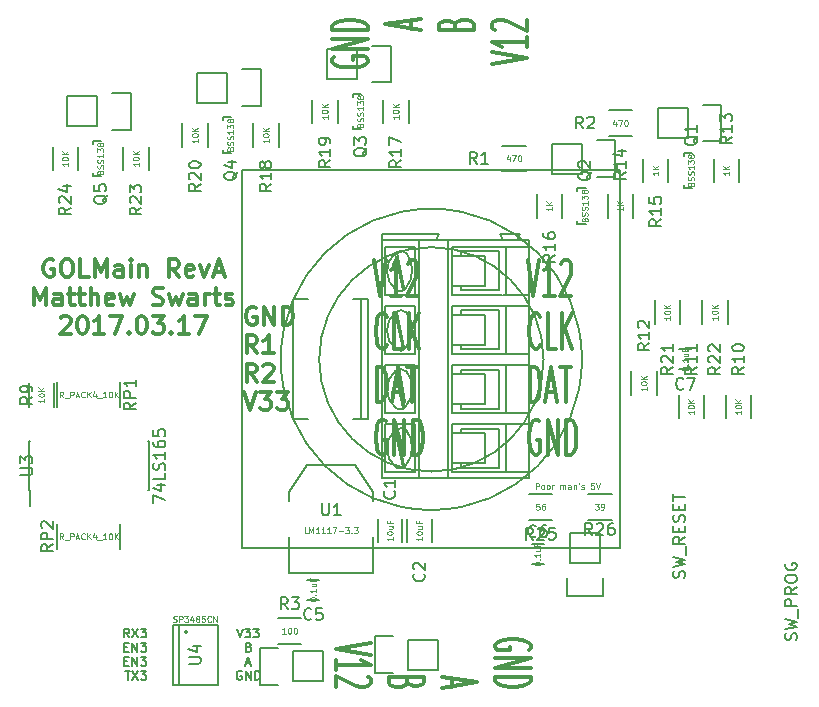
<source format=gbr>
G04 #@! TF.FileFunction,Legend,Top*
%FSLAX46Y46*%
G04 Gerber Fmt 4.6, Leading zero omitted, Abs format (unit mm)*
G04 Created by KiCad (PCBNEW 4.0.1-stable) date 3/20/2017 10:08:16 AM*
%MOMM*%
G01*
G04 APERTURE LIST*
%ADD10C,0.100000*%
%ADD11C,0.300000*%
%ADD12C,0.200000*%
%ADD13C,0.150000*%
G04 APERTURE END LIST*
D10*
D11*
X95000000Y-118600000D02*
X94857143Y-118528571D01*
X94642857Y-118528571D01*
X94428572Y-118600000D01*
X94285714Y-118742857D01*
X94214286Y-118885714D01*
X94142857Y-119171429D01*
X94142857Y-119385714D01*
X94214286Y-119671429D01*
X94285714Y-119814286D01*
X94428572Y-119957143D01*
X94642857Y-120028571D01*
X94785714Y-120028571D01*
X95000000Y-119957143D01*
X95071429Y-119885714D01*
X95071429Y-119385714D01*
X94785714Y-119385714D01*
X96000000Y-118528571D02*
X96285714Y-118528571D01*
X96428572Y-118600000D01*
X96571429Y-118742857D01*
X96642857Y-119028571D01*
X96642857Y-119528571D01*
X96571429Y-119814286D01*
X96428572Y-119957143D01*
X96285714Y-120028571D01*
X96000000Y-120028571D01*
X95857143Y-119957143D01*
X95714286Y-119814286D01*
X95642857Y-119528571D01*
X95642857Y-119028571D01*
X95714286Y-118742857D01*
X95857143Y-118600000D01*
X96000000Y-118528571D01*
X98000001Y-120028571D02*
X97285715Y-120028571D01*
X97285715Y-118528571D01*
X98500001Y-120028571D02*
X98500001Y-118528571D01*
X99000001Y-119600000D01*
X99500001Y-118528571D01*
X99500001Y-120028571D01*
X100857144Y-120028571D02*
X100857144Y-119242857D01*
X100785715Y-119100000D01*
X100642858Y-119028571D01*
X100357144Y-119028571D01*
X100214287Y-119100000D01*
X100857144Y-119957143D02*
X100714287Y-120028571D01*
X100357144Y-120028571D01*
X100214287Y-119957143D01*
X100142858Y-119814286D01*
X100142858Y-119671429D01*
X100214287Y-119528571D01*
X100357144Y-119457143D01*
X100714287Y-119457143D01*
X100857144Y-119385714D01*
X101571430Y-120028571D02*
X101571430Y-119028571D01*
X101571430Y-118528571D02*
X101500001Y-118600000D01*
X101571430Y-118671429D01*
X101642858Y-118600000D01*
X101571430Y-118528571D01*
X101571430Y-118671429D01*
X102285716Y-119028571D02*
X102285716Y-120028571D01*
X102285716Y-119171429D02*
X102357144Y-119100000D01*
X102500002Y-119028571D01*
X102714287Y-119028571D01*
X102857144Y-119100000D01*
X102928573Y-119242857D01*
X102928573Y-120028571D01*
X105642859Y-120028571D02*
X105142859Y-119314286D01*
X104785716Y-120028571D02*
X104785716Y-118528571D01*
X105357144Y-118528571D01*
X105500002Y-118600000D01*
X105571430Y-118671429D01*
X105642859Y-118814286D01*
X105642859Y-119028571D01*
X105571430Y-119171429D01*
X105500002Y-119242857D01*
X105357144Y-119314286D01*
X104785716Y-119314286D01*
X106857144Y-119957143D02*
X106714287Y-120028571D01*
X106428573Y-120028571D01*
X106285716Y-119957143D01*
X106214287Y-119814286D01*
X106214287Y-119242857D01*
X106285716Y-119100000D01*
X106428573Y-119028571D01*
X106714287Y-119028571D01*
X106857144Y-119100000D01*
X106928573Y-119242857D01*
X106928573Y-119385714D01*
X106214287Y-119528571D01*
X107428573Y-119028571D02*
X107785716Y-120028571D01*
X108142858Y-119028571D01*
X108642858Y-119600000D02*
X109357144Y-119600000D01*
X108500001Y-120028571D02*
X109000001Y-118528571D01*
X109500001Y-120028571D01*
X93357143Y-122428571D02*
X93357143Y-120928571D01*
X93857143Y-122000000D01*
X94357143Y-120928571D01*
X94357143Y-122428571D01*
X95714286Y-122428571D02*
X95714286Y-121642857D01*
X95642857Y-121500000D01*
X95500000Y-121428571D01*
X95214286Y-121428571D01*
X95071429Y-121500000D01*
X95714286Y-122357143D02*
X95571429Y-122428571D01*
X95214286Y-122428571D01*
X95071429Y-122357143D01*
X95000000Y-122214286D01*
X95000000Y-122071429D01*
X95071429Y-121928571D01*
X95214286Y-121857143D01*
X95571429Y-121857143D01*
X95714286Y-121785714D01*
X96214286Y-121428571D02*
X96785715Y-121428571D01*
X96428572Y-120928571D02*
X96428572Y-122214286D01*
X96500000Y-122357143D01*
X96642858Y-122428571D01*
X96785715Y-122428571D01*
X97071429Y-121428571D02*
X97642858Y-121428571D01*
X97285715Y-120928571D02*
X97285715Y-122214286D01*
X97357143Y-122357143D01*
X97500001Y-122428571D01*
X97642858Y-122428571D01*
X98142858Y-122428571D02*
X98142858Y-120928571D01*
X98785715Y-122428571D02*
X98785715Y-121642857D01*
X98714286Y-121500000D01*
X98571429Y-121428571D01*
X98357144Y-121428571D01*
X98214286Y-121500000D01*
X98142858Y-121571429D01*
X100071429Y-122357143D02*
X99928572Y-122428571D01*
X99642858Y-122428571D01*
X99500001Y-122357143D01*
X99428572Y-122214286D01*
X99428572Y-121642857D01*
X99500001Y-121500000D01*
X99642858Y-121428571D01*
X99928572Y-121428571D01*
X100071429Y-121500000D01*
X100142858Y-121642857D01*
X100142858Y-121785714D01*
X99428572Y-121928571D01*
X100642858Y-121428571D02*
X100928572Y-122428571D01*
X101214286Y-121714286D01*
X101500001Y-122428571D01*
X101785715Y-121428571D01*
X103428572Y-122357143D02*
X103642858Y-122428571D01*
X104000001Y-122428571D01*
X104142858Y-122357143D01*
X104214287Y-122285714D01*
X104285715Y-122142857D01*
X104285715Y-122000000D01*
X104214287Y-121857143D01*
X104142858Y-121785714D01*
X104000001Y-121714286D01*
X103714287Y-121642857D01*
X103571429Y-121571429D01*
X103500001Y-121500000D01*
X103428572Y-121357143D01*
X103428572Y-121214286D01*
X103500001Y-121071429D01*
X103571429Y-121000000D01*
X103714287Y-120928571D01*
X104071429Y-120928571D01*
X104285715Y-121000000D01*
X104785715Y-121428571D02*
X105071429Y-122428571D01*
X105357143Y-121714286D01*
X105642858Y-122428571D01*
X105928572Y-121428571D01*
X107142858Y-122428571D02*
X107142858Y-121642857D01*
X107071429Y-121500000D01*
X106928572Y-121428571D01*
X106642858Y-121428571D01*
X106500001Y-121500000D01*
X107142858Y-122357143D02*
X107000001Y-122428571D01*
X106642858Y-122428571D01*
X106500001Y-122357143D01*
X106428572Y-122214286D01*
X106428572Y-122071429D01*
X106500001Y-121928571D01*
X106642858Y-121857143D01*
X107000001Y-121857143D01*
X107142858Y-121785714D01*
X107857144Y-122428571D02*
X107857144Y-121428571D01*
X107857144Y-121714286D02*
X107928572Y-121571429D01*
X108000001Y-121500000D01*
X108142858Y-121428571D01*
X108285715Y-121428571D01*
X108571429Y-121428571D02*
X109142858Y-121428571D01*
X108785715Y-120928571D02*
X108785715Y-122214286D01*
X108857143Y-122357143D01*
X109000001Y-122428571D01*
X109142858Y-122428571D01*
X109571429Y-122357143D02*
X109714286Y-122428571D01*
X110000001Y-122428571D01*
X110142858Y-122357143D01*
X110214286Y-122214286D01*
X110214286Y-122142857D01*
X110142858Y-122000000D01*
X110000001Y-121928571D01*
X109785715Y-121928571D01*
X109642858Y-121857143D01*
X109571429Y-121714286D01*
X109571429Y-121642857D01*
X109642858Y-121500000D01*
X109785715Y-121428571D01*
X110000001Y-121428571D01*
X110142858Y-121500000D01*
X95607144Y-123471429D02*
X95678573Y-123400000D01*
X95821430Y-123328571D01*
X96178573Y-123328571D01*
X96321430Y-123400000D01*
X96392859Y-123471429D01*
X96464287Y-123614286D01*
X96464287Y-123757143D01*
X96392859Y-123971429D01*
X95535716Y-124828571D01*
X96464287Y-124828571D01*
X97392858Y-123328571D02*
X97535715Y-123328571D01*
X97678572Y-123400000D01*
X97750001Y-123471429D01*
X97821430Y-123614286D01*
X97892858Y-123900000D01*
X97892858Y-124257143D01*
X97821430Y-124542857D01*
X97750001Y-124685714D01*
X97678572Y-124757143D01*
X97535715Y-124828571D01*
X97392858Y-124828571D01*
X97250001Y-124757143D01*
X97178572Y-124685714D01*
X97107144Y-124542857D01*
X97035715Y-124257143D01*
X97035715Y-123900000D01*
X97107144Y-123614286D01*
X97178572Y-123471429D01*
X97250001Y-123400000D01*
X97392858Y-123328571D01*
X99321429Y-124828571D02*
X98464286Y-124828571D01*
X98892858Y-124828571D02*
X98892858Y-123328571D01*
X98750001Y-123542857D01*
X98607143Y-123685714D01*
X98464286Y-123757143D01*
X99821429Y-123328571D02*
X100821429Y-123328571D01*
X100178572Y-124828571D01*
X101392857Y-124685714D02*
X101464285Y-124757143D01*
X101392857Y-124828571D01*
X101321428Y-124757143D01*
X101392857Y-124685714D01*
X101392857Y-124828571D01*
X102392857Y-123328571D02*
X102535714Y-123328571D01*
X102678571Y-123400000D01*
X102750000Y-123471429D01*
X102821429Y-123614286D01*
X102892857Y-123900000D01*
X102892857Y-124257143D01*
X102821429Y-124542857D01*
X102750000Y-124685714D01*
X102678571Y-124757143D01*
X102535714Y-124828571D01*
X102392857Y-124828571D01*
X102250000Y-124757143D01*
X102178571Y-124685714D01*
X102107143Y-124542857D01*
X102035714Y-124257143D01*
X102035714Y-123900000D01*
X102107143Y-123614286D01*
X102178571Y-123471429D01*
X102250000Y-123400000D01*
X102392857Y-123328571D01*
X103392857Y-123328571D02*
X104321428Y-123328571D01*
X103821428Y-123900000D01*
X104035714Y-123900000D01*
X104178571Y-123971429D01*
X104250000Y-124042857D01*
X104321428Y-124185714D01*
X104321428Y-124542857D01*
X104250000Y-124685714D01*
X104178571Y-124757143D01*
X104035714Y-124828571D01*
X103607142Y-124828571D01*
X103464285Y-124757143D01*
X103392857Y-124685714D01*
X104964285Y-124685714D02*
X105035713Y-124757143D01*
X104964285Y-124828571D01*
X104892856Y-124757143D01*
X104964285Y-124685714D01*
X104964285Y-124828571D01*
X106464285Y-124828571D02*
X105607142Y-124828571D01*
X106035714Y-124828571D02*
X106035714Y-123328571D01*
X105892857Y-123542857D01*
X105749999Y-123685714D01*
X105607142Y-123757143D01*
X106964285Y-123328571D02*
X107964285Y-123328571D01*
X107321428Y-124828571D01*
D12*
X148404762Y-145500000D02*
X148452381Y-145357143D01*
X148452381Y-145119047D01*
X148404762Y-145023809D01*
X148357143Y-144976190D01*
X148261905Y-144928571D01*
X148166667Y-144928571D01*
X148071429Y-144976190D01*
X148023810Y-145023809D01*
X147976190Y-145119047D01*
X147928571Y-145309524D01*
X147880952Y-145404762D01*
X147833333Y-145452381D01*
X147738095Y-145500000D01*
X147642857Y-145500000D01*
X147547619Y-145452381D01*
X147500000Y-145404762D01*
X147452381Y-145309524D01*
X147452381Y-145071428D01*
X147500000Y-144928571D01*
X147452381Y-144595238D02*
X148452381Y-144357143D01*
X147738095Y-144166666D01*
X148452381Y-143976190D01*
X147452381Y-143738095D01*
X148547619Y-143595238D02*
X148547619Y-142833333D01*
X148452381Y-142023809D02*
X147976190Y-142357143D01*
X148452381Y-142595238D02*
X147452381Y-142595238D01*
X147452381Y-142214285D01*
X147500000Y-142119047D01*
X147547619Y-142071428D01*
X147642857Y-142023809D01*
X147785714Y-142023809D01*
X147880952Y-142071428D01*
X147928571Y-142119047D01*
X147976190Y-142214285D01*
X147976190Y-142595238D01*
X147928571Y-141595238D02*
X147928571Y-141261904D01*
X148452381Y-141119047D02*
X148452381Y-141595238D01*
X147452381Y-141595238D01*
X147452381Y-141119047D01*
X148404762Y-140738095D02*
X148452381Y-140595238D01*
X148452381Y-140357142D01*
X148404762Y-140261904D01*
X148357143Y-140214285D01*
X148261905Y-140166666D01*
X148166667Y-140166666D01*
X148071429Y-140214285D01*
X148023810Y-140261904D01*
X147976190Y-140357142D01*
X147928571Y-140547619D01*
X147880952Y-140642857D01*
X147833333Y-140690476D01*
X147738095Y-140738095D01*
X147642857Y-140738095D01*
X147547619Y-140690476D01*
X147500000Y-140642857D01*
X147452381Y-140547619D01*
X147452381Y-140309523D01*
X147500000Y-140166666D01*
X147928571Y-139738095D02*
X147928571Y-139404761D01*
X148452381Y-139261904D02*
X148452381Y-139738095D01*
X147452381Y-139738095D01*
X147452381Y-139261904D01*
X147452381Y-138976190D02*
X147452381Y-138404761D01*
X148452381Y-138690476D02*
X147452381Y-138690476D01*
X157904762Y-150761905D02*
X157952381Y-150619048D01*
X157952381Y-150380952D01*
X157904762Y-150285714D01*
X157857143Y-150238095D01*
X157761905Y-150190476D01*
X157666667Y-150190476D01*
X157571429Y-150238095D01*
X157523810Y-150285714D01*
X157476190Y-150380952D01*
X157428571Y-150571429D01*
X157380952Y-150666667D01*
X157333333Y-150714286D01*
X157238095Y-150761905D01*
X157142857Y-150761905D01*
X157047619Y-150714286D01*
X157000000Y-150666667D01*
X156952381Y-150571429D01*
X156952381Y-150333333D01*
X157000000Y-150190476D01*
X156952381Y-149857143D02*
X157952381Y-149619048D01*
X157238095Y-149428571D01*
X157952381Y-149238095D01*
X156952381Y-149000000D01*
X158047619Y-148857143D02*
X158047619Y-148095238D01*
X157952381Y-147857143D02*
X156952381Y-147857143D01*
X156952381Y-147476190D01*
X157000000Y-147380952D01*
X157047619Y-147333333D01*
X157142857Y-147285714D01*
X157285714Y-147285714D01*
X157380952Y-147333333D01*
X157428571Y-147380952D01*
X157476190Y-147476190D01*
X157476190Y-147857143D01*
X157952381Y-146285714D02*
X157476190Y-146619048D01*
X157952381Y-146857143D02*
X156952381Y-146857143D01*
X156952381Y-146476190D01*
X157000000Y-146380952D01*
X157047619Y-146333333D01*
X157142857Y-146285714D01*
X157285714Y-146285714D01*
X157380952Y-146333333D01*
X157428571Y-146380952D01*
X157476190Y-146476190D01*
X157476190Y-146857143D01*
X156952381Y-145666667D02*
X156952381Y-145476190D01*
X157000000Y-145380952D01*
X157095238Y-145285714D01*
X157285714Y-145238095D01*
X157619048Y-145238095D01*
X157809524Y-145285714D01*
X157904762Y-145380952D01*
X157952381Y-145476190D01*
X157952381Y-145666667D01*
X157904762Y-145761905D01*
X157809524Y-145857143D01*
X157619048Y-145904762D01*
X157285714Y-145904762D01*
X157095238Y-145857143D01*
X157000000Y-145761905D01*
X156952381Y-145666667D01*
X157000000Y-144285714D02*
X156952381Y-144380952D01*
X156952381Y-144523809D01*
X157000000Y-144666667D01*
X157095238Y-144761905D01*
X157190476Y-144809524D01*
X157380952Y-144857143D01*
X157523810Y-144857143D01*
X157714286Y-144809524D01*
X157809524Y-144761905D01*
X157904762Y-144666667D01*
X157952381Y-144523809D01*
X157952381Y-144428571D01*
X157904762Y-144285714D01*
X157857143Y-144238095D01*
X157523810Y-144238095D01*
X157523810Y-144428571D01*
D13*
X110535715Y-149789286D02*
X110785715Y-150539286D01*
X111035715Y-149789286D01*
X111214286Y-149789286D02*
X111678572Y-149789286D01*
X111428572Y-150075000D01*
X111535714Y-150075000D01*
X111607143Y-150110714D01*
X111642857Y-150146429D01*
X111678572Y-150217857D01*
X111678572Y-150396429D01*
X111642857Y-150467857D01*
X111607143Y-150503571D01*
X111535714Y-150539286D01*
X111321429Y-150539286D01*
X111250000Y-150503571D01*
X111214286Y-150467857D01*
X111928572Y-149789286D02*
X112392858Y-149789286D01*
X112142858Y-150075000D01*
X112250000Y-150075000D01*
X112321429Y-150110714D01*
X112357143Y-150146429D01*
X112392858Y-150217857D01*
X112392858Y-150396429D01*
X112357143Y-150467857D01*
X112321429Y-150503571D01*
X112250000Y-150539286D01*
X112035715Y-150539286D01*
X111964286Y-150503571D01*
X111928572Y-150467857D01*
X111553571Y-151346429D02*
X111660714Y-151382143D01*
X111696429Y-151417857D01*
X111732143Y-151489286D01*
X111732143Y-151596429D01*
X111696429Y-151667857D01*
X111660714Y-151703571D01*
X111589286Y-151739286D01*
X111303571Y-151739286D01*
X111303571Y-150989286D01*
X111553571Y-150989286D01*
X111625000Y-151025000D01*
X111660714Y-151060714D01*
X111696429Y-151132143D01*
X111696429Y-151203571D01*
X111660714Y-151275000D01*
X111625000Y-151310714D01*
X111553571Y-151346429D01*
X111303571Y-151346429D01*
X111321429Y-152725000D02*
X111678572Y-152725000D01*
X111250001Y-152939286D02*
X111500001Y-152189286D01*
X111750001Y-152939286D01*
X110928572Y-153425000D02*
X110857143Y-153389286D01*
X110750000Y-153389286D01*
X110642857Y-153425000D01*
X110571429Y-153496429D01*
X110535714Y-153567857D01*
X110500000Y-153710714D01*
X110500000Y-153817857D01*
X110535714Y-153960714D01*
X110571429Y-154032143D01*
X110642857Y-154103571D01*
X110750000Y-154139286D01*
X110821429Y-154139286D01*
X110928572Y-154103571D01*
X110964286Y-154067857D01*
X110964286Y-153817857D01*
X110821429Y-153817857D01*
X111285714Y-154139286D02*
X111285714Y-153389286D01*
X111714286Y-154139286D01*
X111714286Y-153389286D01*
X112071428Y-154139286D02*
X112071428Y-153389286D01*
X112250000Y-153389286D01*
X112357143Y-153425000D01*
X112428571Y-153496429D01*
X112464286Y-153567857D01*
X112500000Y-153710714D01*
X112500000Y-153817857D01*
X112464286Y-153960714D01*
X112428571Y-154032143D01*
X112357143Y-154103571D01*
X112250000Y-154139286D01*
X112071428Y-154139286D01*
X101428571Y-150539286D02*
X101178571Y-150182143D01*
X100999999Y-150539286D02*
X100999999Y-149789286D01*
X101285714Y-149789286D01*
X101357142Y-149825000D01*
X101392857Y-149860714D01*
X101428571Y-149932143D01*
X101428571Y-150039286D01*
X101392857Y-150110714D01*
X101357142Y-150146429D01*
X101285714Y-150182143D01*
X100999999Y-150182143D01*
X101678571Y-149789286D02*
X102178571Y-150539286D01*
X102178571Y-149789286D02*
X101678571Y-150539286D01*
X102392857Y-149789286D02*
X102857143Y-149789286D01*
X102607143Y-150075000D01*
X102714285Y-150075000D01*
X102785714Y-150110714D01*
X102821428Y-150146429D01*
X102857143Y-150217857D01*
X102857143Y-150396429D01*
X102821428Y-150467857D01*
X102785714Y-150503571D01*
X102714285Y-150539286D01*
X102500000Y-150539286D01*
X102428571Y-150503571D01*
X102392857Y-150467857D01*
X101000000Y-151346429D02*
X101250000Y-151346429D01*
X101357143Y-151739286D02*
X101000000Y-151739286D01*
X101000000Y-150989286D01*
X101357143Y-150989286D01*
X101678571Y-151739286D02*
X101678571Y-150989286D01*
X102107143Y-151739286D01*
X102107143Y-150989286D01*
X102392857Y-150989286D02*
X102857143Y-150989286D01*
X102607143Y-151275000D01*
X102714285Y-151275000D01*
X102785714Y-151310714D01*
X102821428Y-151346429D01*
X102857143Y-151417857D01*
X102857143Y-151596429D01*
X102821428Y-151667857D01*
X102785714Y-151703571D01*
X102714285Y-151739286D01*
X102500000Y-151739286D01*
X102428571Y-151703571D01*
X102392857Y-151667857D01*
X101000000Y-152546429D02*
X101250000Y-152546429D01*
X101357143Y-152939286D02*
X101000000Y-152939286D01*
X101000000Y-152189286D01*
X101357143Y-152189286D01*
X101678571Y-152939286D02*
X101678571Y-152189286D01*
X102107143Y-152939286D01*
X102107143Y-152189286D01*
X102392857Y-152189286D02*
X102857143Y-152189286D01*
X102607143Y-152475000D01*
X102714285Y-152475000D01*
X102785714Y-152510714D01*
X102821428Y-152546429D01*
X102857143Y-152617857D01*
X102857143Y-152796429D01*
X102821428Y-152867857D01*
X102785714Y-152903571D01*
X102714285Y-152939286D01*
X102500000Y-152939286D01*
X102428571Y-152903571D01*
X102392857Y-152867857D01*
X101071428Y-153389286D02*
X101499999Y-153389286D01*
X101285713Y-154139286D02*
X101285713Y-153389286D01*
X101678571Y-153389286D02*
X102178571Y-154139286D01*
X102178571Y-153389286D02*
X101678571Y-154139286D01*
X102392857Y-153389286D02*
X102857143Y-153389286D01*
X102607143Y-153675000D01*
X102714285Y-153675000D01*
X102785714Y-153710714D01*
X102821428Y-153746429D01*
X102857143Y-153817857D01*
X102857143Y-153996429D01*
X102821428Y-154067857D01*
X102785714Y-154103571D01*
X102714285Y-154139286D01*
X102500000Y-154139286D01*
X102428571Y-154103571D01*
X102392857Y-154067857D01*
D11*
X112142857Y-122650000D02*
X112000000Y-122578571D01*
X111785714Y-122578571D01*
X111571429Y-122650000D01*
X111428571Y-122792857D01*
X111357143Y-122935714D01*
X111285714Y-123221429D01*
X111285714Y-123435714D01*
X111357143Y-123721429D01*
X111428571Y-123864286D01*
X111571429Y-124007143D01*
X111785714Y-124078571D01*
X111928571Y-124078571D01*
X112142857Y-124007143D01*
X112214286Y-123935714D01*
X112214286Y-123435714D01*
X111928571Y-123435714D01*
X112857143Y-124078571D02*
X112857143Y-122578571D01*
X113714286Y-124078571D01*
X113714286Y-122578571D01*
X114428572Y-124078571D02*
X114428572Y-122578571D01*
X114785715Y-122578571D01*
X115000000Y-122650000D01*
X115142858Y-122792857D01*
X115214286Y-122935714D01*
X115285715Y-123221429D01*
X115285715Y-123435714D01*
X115214286Y-123721429D01*
X115142858Y-123864286D01*
X115000000Y-124007143D01*
X114785715Y-124078571D01*
X114428572Y-124078571D01*
X112214286Y-126478571D02*
X111714286Y-125764286D01*
X111357143Y-126478571D02*
X111357143Y-124978571D01*
X111928571Y-124978571D01*
X112071429Y-125050000D01*
X112142857Y-125121429D01*
X112214286Y-125264286D01*
X112214286Y-125478571D01*
X112142857Y-125621429D01*
X112071429Y-125692857D01*
X111928571Y-125764286D01*
X111357143Y-125764286D01*
X113642857Y-126478571D02*
X112785714Y-126478571D01*
X113214286Y-126478571D02*
X113214286Y-124978571D01*
X113071429Y-125192857D01*
X112928571Y-125335714D01*
X112785714Y-125407143D01*
X112214286Y-128878571D02*
X111714286Y-128164286D01*
X111357143Y-128878571D02*
X111357143Y-127378571D01*
X111928571Y-127378571D01*
X112071429Y-127450000D01*
X112142857Y-127521429D01*
X112214286Y-127664286D01*
X112214286Y-127878571D01*
X112142857Y-128021429D01*
X112071429Y-128092857D01*
X111928571Y-128164286D01*
X111357143Y-128164286D01*
X112785714Y-127521429D02*
X112857143Y-127450000D01*
X113000000Y-127378571D01*
X113357143Y-127378571D01*
X113500000Y-127450000D01*
X113571429Y-127521429D01*
X113642857Y-127664286D01*
X113642857Y-127807143D01*
X113571429Y-128021429D01*
X112714286Y-128878571D01*
X113642857Y-128878571D01*
X111142857Y-129778571D02*
X111642857Y-131278571D01*
X112142857Y-129778571D01*
X112500000Y-129778571D02*
X113428571Y-129778571D01*
X112928571Y-130350000D01*
X113142857Y-130350000D01*
X113285714Y-130421429D01*
X113357143Y-130492857D01*
X113428571Y-130635714D01*
X113428571Y-130992857D01*
X113357143Y-131135714D01*
X113285714Y-131207143D01*
X113142857Y-131278571D01*
X112714285Y-131278571D01*
X112571428Y-131207143D01*
X112500000Y-131135714D01*
X113928571Y-129778571D02*
X114857142Y-129778571D01*
X114357142Y-130350000D01*
X114571428Y-130350000D01*
X114714285Y-130421429D01*
X114785714Y-130492857D01*
X114857142Y-130635714D01*
X114857142Y-130992857D01*
X114785714Y-131135714D01*
X114714285Y-131207143D01*
X114571428Y-131278571D01*
X114142856Y-131278571D01*
X113999999Y-131207143D01*
X113928571Y-131135714D01*
X135142857Y-118607143D02*
X135642857Y-121607143D01*
X136142857Y-118607143D01*
X137428571Y-121607143D02*
X136571428Y-121607143D01*
X137000000Y-121607143D02*
X137000000Y-118607143D01*
X136857143Y-119035714D01*
X136714285Y-119321429D01*
X136571428Y-119464286D01*
X137999999Y-118892857D02*
X138071428Y-118750000D01*
X138214285Y-118607143D01*
X138571428Y-118607143D01*
X138714285Y-118750000D01*
X138785714Y-118892857D01*
X138857142Y-119178571D01*
X138857142Y-119464286D01*
X138785714Y-119892857D01*
X137928571Y-121607143D01*
X138857142Y-121607143D01*
X136214286Y-125821429D02*
X136142857Y-125964286D01*
X135928571Y-126107143D01*
X135785714Y-126107143D01*
X135571429Y-125964286D01*
X135428571Y-125678571D01*
X135357143Y-125392857D01*
X135285714Y-124821429D01*
X135285714Y-124392857D01*
X135357143Y-123821429D01*
X135428571Y-123535714D01*
X135571429Y-123250000D01*
X135785714Y-123107143D01*
X135928571Y-123107143D01*
X136142857Y-123250000D01*
X136214286Y-123392857D01*
X137571429Y-126107143D02*
X136857143Y-126107143D01*
X136857143Y-123107143D01*
X138071429Y-126107143D02*
X138071429Y-123107143D01*
X138928572Y-126107143D02*
X138285715Y-124392857D01*
X138928572Y-123107143D02*
X138071429Y-124821429D01*
X135357143Y-130607143D02*
X135357143Y-127607143D01*
X135714286Y-127607143D01*
X135928571Y-127750000D01*
X136071429Y-128035714D01*
X136142857Y-128321429D01*
X136214286Y-128892857D01*
X136214286Y-129321429D01*
X136142857Y-129892857D01*
X136071429Y-130178571D01*
X135928571Y-130464286D01*
X135714286Y-130607143D01*
X135357143Y-130607143D01*
X136785714Y-129750000D02*
X137500000Y-129750000D01*
X136642857Y-130607143D02*
X137142857Y-127607143D01*
X137642857Y-130607143D01*
X137928571Y-127607143D02*
X138785714Y-127607143D01*
X138357143Y-130607143D02*
X138357143Y-127607143D01*
X136142857Y-132250000D02*
X136000000Y-132107143D01*
X135785714Y-132107143D01*
X135571429Y-132250000D01*
X135428571Y-132535714D01*
X135357143Y-132821429D01*
X135285714Y-133392857D01*
X135285714Y-133821429D01*
X135357143Y-134392857D01*
X135428571Y-134678571D01*
X135571429Y-134964286D01*
X135785714Y-135107143D01*
X135928571Y-135107143D01*
X136142857Y-134964286D01*
X136214286Y-134821429D01*
X136214286Y-133821429D01*
X135928571Y-133821429D01*
X136857143Y-135107143D02*
X136857143Y-132107143D01*
X137714286Y-135107143D01*
X137714286Y-132107143D01*
X138428572Y-135107143D02*
X138428572Y-132107143D01*
X138785715Y-132107143D01*
X139000000Y-132250000D01*
X139142858Y-132535714D01*
X139214286Y-132821429D01*
X139285715Y-133392857D01*
X139285715Y-133821429D01*
X139214286Y-134392857D01*
X139142858Y-134678571D01*
X139000000Y-134964286D01*
X138785715Y-135107143D01*
X138428572Y-135107143D01*
X122142857Y-118607143D02*
X122642857Y-121607143D01*
X123142857Y-118607143D01*
X124428571Y-121607143D02*
X123571428Y-121607143D01*
X124000000Y-121607143D02*
X124000000Y-118607143D01*
X123857143Y-119035714D01*
X123714285Y-119321429D01*
X123571428Y-119464286D01*
X124999999Y-118892857D02*
X125071428Y-118750000D01*
X125214285Y-118607143D01*
X125571428Y-118607143D01*
X125714285Y-118750000D01*
X125785714Y-118892857D01*
X125857142Y-119178571D01*
X125857142Y-119464286D01*
X125785714Y-119892857D01*
X124928571Y-121607143D01*
X125857142Y-121607143D01*
X123214286Y-125821429D02*
X123142857Y-125964286D01*
X122928571Y-126107143D01*
X122785714Y-126107143D01*
X122571429Y-125964286D01*
X122428571Y-125678571D01*
X122357143Y-125392857D01*
X122285714Y-124821429D01*
X122285714Y-124392857D01*
X122357143Y-123821429D01*
X122428571Y-123535714D01*
X122571429Y-123250000D01*
X122785714Y-123107143D01*
X122928571Y-123107143D01*
X123142857Y-123250000D01*
X123214286Y-123392857D01*
X124571429Y-126107143D02*
X123857143Y-126107143D01*
X123857143Y-123107143D01*
X125071429Y-126107143D02*
X125071429Y-123107143D01*
X125928572Y-126107143D02*
X125285715Y-124392857D01*
X125928572Y-123107143D02*
X125071429Y-124821429D01*
X122357143Y-130607143D02*
X122357143Y-127607143D01*
X122714286Y-127607143D01*
X122928571Y-127750000D01*
X123071429Y-128035714D01*
X123142857Y-128321429D01*
X123214286Y-128892857D01*
X123214286Y-129321429D01*
X123142857Y-129892857D01*
X123071429Y-130178571D01*
X122928571Y-130464286D01*
X122714286Y-130607143D01*
X122357143Y-130607143D01*
X123785714Y-129750000D02*
X124500000Y-129750000D01*
X123642857Y-130607143D02*
X124142857Y-127607143D01*
X124642857Y-130607143D01*
X124928571Y-127607143D02*
X125785714Y-127607143D01*
X125357143Y-130607143D02*
X125357143Y-127607143D01*
X123142857Y-132250000D02*
X123000000Y-132107143D01*
X122785714Y-132107143D01*
X122571429Y-132250000D01*
X122428571Y-132535714D01*
X122357143Y-132821429D01*
X122285714Y-133392857D01*
X122285714Y-133821429D01*
X122357143Y-134392857D01*
X122428571Y-134678571D01*
X122571429Y-134964286D01*
X122785714Y-135107143D01*
X122928571Y-135107143D01*
X123142857Y-134964286D01*
X123214286Y-134821429D01*
X123214286Y-133821429D01*
X122928571Y-133821429D01*
X123857143Y-135107143D02*
X123857143Y-132107143D01*
X124714286Y-135107143D01*
X124714286Y-132107143D01*
X125428572Y-135107143D02*
X125428572Y-132107143D01*
X125785715Y-132107143D01*
X126000000Y-132250000D01*
X126142858Y-132535714D01*
X126214286Y-132821429D01*
X126285715Y-133392857D01*
X126285715Y-133821429D01*
X126214286Y-134392857D01*
X126142858Y-134678571D01*
X126000000Y-134964286D01*
X125785715Y-135107143D01*
X125428572Y-135107143D01*
X118750000Y-101428572D02*
X118607143Y-101571429D01*
X118607143Y-101785715D01*
X118750000Y-102000000D01*
X119035714Y-102142858D01*
X119321429Y-102214286D01*
X119892857Y-102285715D01*
X120321429Y-102285715D01*
X120892857Y-102214286D01*
X121178571Y-102142858D01*
X121464286Y-102000000D01*
X121607143Y-101785715D01*
X121607143Y-101642858D01*
X121464286Y-101428572D01*
X121321429Y-101357143D01*
X120321429Y-101357143D01*
X120321429Y-101642858D01*
X121607143Y-100714286D02*
X118607143Y-100714286D01*
X121607143Y-99857143D01*
X118607143Y-99857143D01*
X121607143Y-99142857D02*
X118607143Y-99142857D01*
X118607143Y-98785714D01*
X118750000Y-98571429D01*
X119035714Y-98428571D01*
X119321429Y-98357143D01*
X119892857Y-98285714D01*
X120321429Y-98285714D01*
X120892857Y-98357143D01*
X121178571Y-98428571D01*
X121464286Y-98571429D01*
X121607143Y-98785714D01*
X121607143Y-99142857D01*
X125250000Y-99000000D02*
X125250000Y-98285714D01*
X126107143Y-99142857D02*
X123107143Y-98642857D01*
X126107143Y-98142857D01*
X129035714Y-98642857D02*
X129178571Y-98428571D01*
X129321429Y-98357143D01*
X129607143Y-98285714D01*
X130035714Y-98285714D01*
X130321429Y-98357143D01*
X130464286Y-98428571D01*
X130607143Y-98571429D01*
X130607143Y-99142857D01*
X127607143Y-99142857D01*
X127607143Y-98642857D01*
X127750000Y-98500000D01*
X127892857Y-98428571D01*
X128178571Y-98357143D01*
X128464286Y-98357143D01*
X128750000Y-98428571D01*
X128892857Y-98500000D01*
X129035714Y-98642857D01*
X129035714Y-99142857D01*
X132107143Y-101999999D02*
X135107143Y-101499999D01*
X132107143Y-100999999D01*
X135107143Y-99714285D02*
X135107143Y-100571428D01*
X135107143Y-100142856D02*
X132107143Y-100142856D01*
X132535714Y-100285713D01*
X132821429Y-100428571D01*
X132964286Y-100571428D01*
X132392857Y-99142857D02*
X132250000Y-99071428D01*
X132107143Y-98928571D01*
X132107143Y-98571428D01*
X132250000Y-98428571D01*
X132392857Y-98357142D01*
X132678571Y-98285714D01*
X132964286Y-98285714D01*
X133392857Y-98357142D01*
X135107143Y-99214285D01*
X135107143Y-98285714D01*
X135250000Y-151571428D02*
X135392857Y-151428571D01*
X135392857Y-151214285D01*
X135250000Y-151000000D01*
X134964286Y-150857142D01*
X134678571Y-150785714D01*
X134107143Y-150714285D01*
X133678571Y-150714285D01*
X133107143Y-150785714D01*
X132821429Y-150857142D01*
X132535714Y-151000000D01*
X132392857Y-151214285D01*
X132392857Y-151357142D01*
X132535714Y-151571428D01*
X132678571Y-151642857D01*
X133678571Y-151642857D01*
X133678571Y-151357142D01*
X132392857Y-152285714D02*
X135392857Y-152285714D01*
X132392857Y-153142857D01*
X135392857Y-153142857D01*
X132392857Y-153857143D02*
X135392857Y-153857143D01*
X135392857Y-154214286D01*
X135250000Y-154428571D01*
X134964286Y-154571429D01*
X134678571Y-154642857D01*
X134107143Y-154714286D01*
X133678571Y-154714286D01*
X133107143Y-154642857D01*
X132821429Y-154571429D01*
X132535714Y-154428571D01*
X132392857Y-154214286D01*
X132392857Y-153857143D01*
X128750000Y-154000000D02*
X128750000Y-154714286D01*
X127892857Y-153857143D02*
X130892857Y-154357143D01*
X127892857Y-154857143D01*
X124964286Y-154357143D02*
X124821429Y-154571429D01*
X124678571Y-154642857D01*
X124392857Y-154714286D01*
X123964286Y-154714286D01*
X123678571Y-154642857D01*
X123535714Y-154571429D01*
X123392857Y-154428571D01*
X123392857Y-153857143D01*
X126392857Y-153857143D01*
X126392857Y-154357143D01*
X126250000Y-154500000D01*
X126107143Y-154571429D01*
X125821429Y-154642857D01*
X125535714Y-154642857D01*
X125250000Y-154571429D01*
X125107143Y-154500000D01*
X124964286Y-154357143D01*
X124964286Y-153857143D01*
X121892857Y-151000001D02*
X118892857Y-151500001D01*
X121892857Y-152000001D01*
X118892857Y-153285715D02*
X118892857Y-152428572D01*
X118892857Y-152857144D02*
X121892857Y-152857144D01*
X121464286Y-152714287D01*
X121178571Y-152571429D01*
X121035714Y-152428572D01*
X121607143Y-153857143D02*
X121750000Y-153928572D01*
X121892857Y-154071429D01*
X121892857Y-154428572D01*
X121750000Y-154571429D01*
X121607143Y-154642858D01*
X121321429Y-154714286D01*
X121035714Y-154714286D01*
X120607143Y-154642858D01*
X118892857Y-153785715D01*
X118892857Y-154714286D01*
D12*
X139750000Y-127000000D02*
G75*
G03X139750000Y-127000000I-12750000J0D01*
G01*
X136500000Y-127000000D02*
G75*
G03X136500000Y-127000000I-9500000J0D01*
G01*
X143000000Y-143000000D02*
X143000000Y-111000000D01*
X111000000Y-143000000D02*
X143000000Y-143000000D01*
X111000000Y-111000000D02*
X111000000Y-143000000D01*
X143000000Y-111000000D02*
X111000000Y-111000000D01*
D10*
X135821430Y-137976190D02*
X135821430Y-137476190D01*
X136011906Y-137476190D01*
X136059525Y-137500000D01*
X136083334Y-137523810D01*
X136107144Y-137571429D01*
X136107144Y-137642857D01*
X136083334Y-137690476D01*
X136059525Y-137714286D01*
X136011906Y-137738095D01*
X135821430Y-137738095D01*
X136392858Y-137976190D02*
X136345239Y-137952381D01*
X136321430Y-137928571D01*
X136297620Y-137880952D01*
X136297620Y-137738095D01*
X136321430Y-137690476D01*
X136345239Y-137666667D01*
X136392858Y-137642857D01*
X136464287Y-137642857D01*
X136511906Y-137666667D01*
X136535715Y-137690476D01*
X136559525Y-137738095D01*
X136559525Y-137880952D01*
X136535715Y-137928571D01*
X136511906Y-137952381D01*
X136464287Y-137976190D01*
X136392858Y-137976190D01*
X136845239Y-137976190D02*
X136797620Y-137952381D01*
X136773811Y-137928571D01*
X136750001Y-137880952D01*
X136750001Y-137738095D01*
X136773811Y-137690476D01*
X136797620Y-137666667D01*
X136845239Y-137642857D01*
X136916668Y-137642857D01*
X136964287Y-137666667D01*
X136988096Y-137690476D01*
X137011906Y-137738095D01*
X137011906Y-137880952D01*
X136988096Y-137928571D01*
X136964287Y-137952381D01*
X136916668Y-137976190D01*
X136845239Y-137976190D01*
X137226192Y-137976190D02*
X137226192Y-137642857D01*
X137226192Y-137738095D02*
X137250001Y-137690476D01*
X137273811Y-137666667D01*
X137321430Y-137642857D01*
X137369049Y-137642857D01*
X137916668Y-137976190D02*
X137916668Y-137642857D01*
X137916668Y-137690476D02*
X137940477Y-137666667D01*
X137988096Y-137642857D01*
X138059525Y-137642857D01*
X138107144Y-137666667D01*
X138130953Y-137714286D01*
X138130953Y-137976190D01*
X138130953Y-137714286D02*
X138154763Y-137666667D01*
X138202382Y-137642857D01*
X138273810Y-137642857D01*
X138321430Y-137666667D01*
X138345239Y-137714286D01*
X138345239Y-137976190D01*
X138797620Y-137976190D02*
X138797620Y-137714286D01*
X138773811Y-137666667D01*
X138726192Y-137642857D01*
X138630954Y-137642857D01*
X138583335Y-137666667D01*
X138797620Y-137952381D02*
X138750001Y-137976190D01*
X138630954Y-137976190D01*
X138583335Y-137952381D01*
X138559525Y-137904762D01*
X138559525Y-137857143D01*
X138583335Y-137809524D01*
X138630954Y-137785714D01*
X138750001Y-137785714D01*
X138797620Y-137761905D01*
X139035716Y-137642857D02*
X139035716Y-137976190D01*
X139035716Y-137690476D02*
X139059525Y-137666667D01*
X139107144Y-137642857D01*
X139178573Y-137642857D01*
X139226192Y-137666667D01*
X139250001Y-137714286D01*
X139250001Y-137976190D01*
X139511906Y-137476190D02*
X139464287Y-137571429D01*
X139702382Y-137952381D02*
X139750001Y-137976190D01*
X139845239Y-137976190D01*
X139892858Y-137952381D01*
X139916668Y-137904762D01*
X139916668Y-137880952D01*
X139892858Y-137833333D01*
X139845239Y-137809524D01*
X139773811Y-137809524D01*
X139726192Y-137785714D01*
X139702382Y-137738095D01*
X139702382Y-137714286D01*
X139726192Y-137666667D01*
X139773811Y-137642857D01*
X139845239Y-137642857D01*
X139892858Y-137666667D01*
X140750001Y-137476190D02*
X140511906Y-137476190D01*
X140488096Y-137714286D01*
X140511906Y-137690476D01*
X140559525Y-137666667D01*
X140678572Y-137666667D01*
X140726191Y-137690476D01*
X140750001Y-137714286D01*
X140773810Y-137761905D01*
X140773810Y-137880952D01*
X140750001Y-137928571D01*
X140726191Y-137952381D01*
X140678572Y-137976190D01*
X140559525Y-137976190D01*
X140511906Y-137952381D01*
X140488096Y-137928571D01*
X140916667Y-137476190D02*
X141083334Y-137976190D01*
X141250000Y-137476190D01*
D13*
X128746000Y-125750000D02*
X131540000Y-125750000D01*
X131540000Y-125750000D02*
X131540000Y-123210000D01*
X131540000Y-123210000D02*
X128746000Y-123210000D01*
X125571000Y-126562800D02*
X123031000Y-126562800D01*
X123031000Y-126562800D02*
X123031000Y-122498800D01*
X123031000Y-122498800D02*
X125571000Y-122498800D01*
X125571000Y-122498800D02*
X125571000Y-126562800D01*
X124555000Y-126156400D02*
X123920000Y-123108400D01*
X124682000Y-126029400D02*
X124047000Y-122981400D01*
X124914570Y-123062028D02*
G75*
G03X123947940Y-123009340I-509430J-452772D01*
G01*
X124834896Y-126004728D02*
G75*
G03X124882660Y-123016960I-1905496J1524728D01*
G01*
X123943156Y-123005589D02*
G75*
G03X123996200Y-126156400I1348444J-1553151D01*
G01*
X123946519Y-126105097D02*
G75*
G03X124872500Y-125963360I407821J431297D01*
G01*
X133318000Y-126512000D02*
X133318000Y-122448000D01*
X135223000Y-122448000D02*
X128746000Y-122448000D01*
X129508000Y-126131000D02*
X129508000Y-125750000D01*
X129508000Y-126131000D02*
X132683000Y-126131000D01*
X132683000Y-126131000D02*
X132683000Y-122829000D01*
X132683000Y-122829000D02*
X129508000Y-122829000D01*
X129508000Y-122829000D02*
X129508000Y-123210000D01*
X128365000Y-121990000D02*
X128365000Y-116910000D01*
X135223000Y-126512000D02*
X128746000Y-126512000D01*
X128746000Y-126512000D02*
X128746000Y-122448000D01*
X135223000Y-117545000D02*
X135223000Y-121482000D01*
X135223000Y-121332000D02*
X135223000Y-127428000D01*
X125952000Y-116910000D02*
X125952000Y-137080000D01*
X122777000Y-116760000D02*
X122777000Y-137080000D01*
X128365000Y-121840000D02*
X128365000Y-137016500D01*
X133000500Y-121545500D02*
X128746000Y-121545500D01*
X123946519Y-121075097D02*
G75*
G03X124872500Y-120933360I407821J431297D01*
G01*
X123943156Y-117975589D02*
G75*
G03X123996200Y-121126400I1348444J-1553151D01*
G01*
X124834896Y-120974728D02*
G75*
G03X124882660Y-117986960I-1905496J1524728D01*
G01*
X124914570Y-118032028D02*
G75*
G03X123947940Y-117979340I-509430J-452772D01*
G01*
X128746000Y-121151800D02*
X128746000Y-117849800D01*
X128746000Y-121532800D02*
X128746000Y-121151800D01*
X128746000Y-117468800D02*
X128746000Y-117849800D01*
X124682000Y-120999400D02*
X124047000Y-117951400D01*
X124555000Y-121126400D02*
X123920000Y-118078400D01*
X125571000Y-117468800D02*
X125571000Y-121532800D01*
X123031000Y-117468800D02*
X125571000Y-117468800D01*
X123031000Y-121532800D02*
X123031000Y-117468800D01*
X125571000Y-121532800D02*
X123031000Y-121532800D01*
X125825000Y-116910000D02*
X127349000Y-116910000D01*
X128365000Y-116910000D02*
X133064000Y-116910000D01*
X127349000Y-116910000D02*
X128365000Y-116910000D01*
X129508000Y-117849800D02*
X129508000Y-118230800D01*
X129508000Y-121151800D02*
X129508000Y-120770800D01*
X132683000Y-121151800D02*
X129508000Y-121151800D01*
X132683000Y-117849800D02*
X132683000Y-121151800D01*
X132683000Y-117849800D02*
X129508000Y-117849800D01*
X133318000Y-117468800D02*
X135223000Y-117468800D01*
X133318000Y-121532800D02*
X133318000Y-117468800D01*
X135223000Y-117468800D02*
X135223000Y-116910000D01*
X128746000Y-117468800D02*
X133318000Y-117468800D01*
X135223000Y-121532800D02*
X133318000Y-121532800D01*
X132810000Y-116402000D02*
X134461000Y-116402000D01*
X133064000Y-116910000D02*
X134207000Y-116910000D01*
X132810000Y-116402000D02*
X133064000Y-116910000D01*
X134207000Y-116910000D02*
X135223000Y-116910000D01*
X134461000Y-116402000D02*
X134207000Y-116910000D01*
X127603000Y-116402000D02*
X127349000Y-116910000D01*
X122777000Y-116402000D02*
X127603000Y-116402000D01*
X122777000Y-116910000D02*
X122777000Y-116402000D01*
X122777000Y-116910000D02*
X125825000Y-116910000D01*
X131540000Y-120770800D02*
X128746000Y-120770800D01*
X128746000Y-120770800D02*
X128746000Y-118230800D01*
X131540000Y-118230800D02*
X128746000Y-118230800D01*
X131540000Y-120770800D02*
X131540000Y-118230800D01*
X131540000Y-135784600D02*
X131540000Y-133244600D01*
X131540000Y-133244600D02*
X128746000Y-133244600D01*
X128746000Y-135784600D02*
X128746000Y-133244600D01*
X131540000Y-135784600D02*
X128746000Y-135784600D01*
X131540000Y-130780800D02*
X131540000Y-128240800D01*
X131540000Y-128240800D02*
X128746000Y-128240800D01*
X128746000Y-130780800D02*
X128746000Y-128240800D01*
X131540000Y-130780800D02*
X128746000Y-130780800D01*
X134207000Y-121545500D02*
X135223000Y-121545500D01*
X133064000Y-121545500D02*
X134207000Y-121545500D01*
X135223000Y-131542800D02*
X133318000Y-131542800D01*
X128746000Y-127478800D02*
X133318000Y-127478800D01*
X135223000Y-131542800D02*
X135223000Y-127478800D01*
X135223000Y-132482600D02*
X133318000Y-132482600D01*
X135223000Y-132482600D02*
X135223000Y-131542800D01*
X128746000Y-136546600D02*
X133318000Y-136546600D01*
X135223000Y-137080000D02*
X135223000Y-136546600D01*
X135223000Y-136546600D02*
X135223000Y-132482600D01*
X133318000Y-131542800D02*
X133318000Y-127478800D01*
X133318000Y-131542800D02*
X128746000Y-131542800D01*
X133318000Y-127478800D02*
X135223000Y-127478800D01*
X133318000Y-132482600D02*
X133318000Y-136546600D01*
X133318000Y-132482600D02*
X128746000Y-132482600D01*
X133318000Y-136546600D02*
X135223000Y-136546600D01*
X132683000Y-127859800D02*
X129508000Y-127859800D01*
X132683000Y-127859800D02*
X132683000Y-131161800D01*
X132683000Y-131161800D02*
X129508000Y-131161800D01*
X132683000Y-132863600D02*
X129508000Y-132863600D01*
X132683000Y-132863600D02*
X132683000Y-136165600D01*
X132683000Y-136165600D02*
X129508000Y-136165600D01*
X129508000Y-136165600D02*
X129508000Y-135784600D01*
X129508000Y-132863600D02*
X129508000Y-133244600D01*
X129508000Y-131161800D02*
X129508000Y-130780800D01*
X129508000Y-127859800D02*
X129508000Y-128240800D01*
X135223000Y-137080000D02*
X128365000Y-137080000D01*
X128365000Y-137080000D02*
X125825000Y-137080000D01*
X125825000Y-137080000D02*
X122777000Y-137080000D01*
X125571000Y-131542800D02*
X123031000Y-131542800D01*
X123031000Y-131542800D02*
X123031000Y-127478800D01*
X123031000Y-127478800D02*
X125571000Y-127478800D01*
X125571000Y-127478800D02*
X125571000Y-131542800D01*
X125571000Y-132482600D02*
X123031000Y-132482600D01*
X125571000Y-132482600D02*
X125571000Y-136546600D01*
X125571000Y-136546600D02*
X123031000Y-136546600D01*
X123031000Y-132482600D02*
X123031000Y-136546600D01*
X124555000Y-131136400D02*
X123920000Y-128088400D01*
X124682000Y-131009400D02*
X124047000Y-127961400D01*
X124555000Y-136140200D02*
X123920000Y-133089660D01*
X124682000Y-136013200D02*
X124047000Y-132965200D01*
X128746000Y-136546600D02*
X128746000Y-136165600D01*
X128746000Y-132482600D02*
X128746000Y-132863600D01*
X128746000Y-132863600D02*
X128746000Y-136165600D01*
X128746000Y-127478800D02*
X128746000Y-127859800D01*
X128746000Y-131542800D02*
X128746000Y-131161800D01*
X128746000Y-131161800D02*
X128746000Y-127859800D01*
X124914570Y-128042028D02*
G75*
G03X123947940Y-127989340I-509430J-452772D01*
G01*
X124834896Y-130984728D02*
G75*
G03X124882660Y-127996960I-1905496J1524728D01*
G01*
X123943156Y-127985589D02*
G75*
G03X123996200Y-131136400I1348444J-1553151D01*
G01*
X123946519Y-131085097D02*
G75*
G03X124872500Y-130943360I407821J431297D01*
G01*
X124917110Y-133045851D02*
G75*
G03X123947940Y-132990600I-511970J-452749D01*
G01*
X124834896Y-135985988D02*
G75*
G03X124882660Y-132998220I-1905496J1524728D01*
G01*
X123938153Y-132983427D02*
G75*
G03X123996200Y-136140200I1353447J-1554033D01*
G01*
X123948981Y-136089520D02*
G75*
G03X124872500Y-135944620I405359J431920D01*
G01*
X122475000Y-140500000D02*
X122475000Y-142500000D01*
X124525000Y-142500000D02*
X124525000Y-140500000D01*
X124975000Y-140500000D02*
X124975000Y-142500000D01*
X127025000Y-142500000D02*
X127025000Y-140500000D01*
X95075000Y-129000000D02*
X95075000Y-131000000D01*
X92925000Y-131000000D02*
X92925000Y-129000000D01*
X114944000Y-142024000D02*
X114944000Y-145072000D01*
X114944000Y-145072000D02*
X122056000Y-145072000D01*
X122056000Y-145072000D02*
X122056000Y-142024000D01*
X114944000Y-138976000D02*
X114944000Y-138214000D01*
X114944000Y-138214000D02*
X116468000Y-135928000D01*
X116468000Y-135928000D02*
X120532000Y-135928000D01*
X120532000Y-135928000D02*
X122056000Y-138214000D01*
X122056000Y-138214000D02*
X122056000Y-138976000D01*
X92925000Y-138075000D02*
X93030000Y-138075000D01*
X92925000Y-133925000D02*
X93030000Y-133925000D01*
X103075000Y-133925000D02*
X102970000Y-133925000D01*
X103075000Y-138075000D02*
X102970000Y-138075000D01*
X92925000Y-138075000D02*
X92925000Y-133925000D01*
X103075000Y-138075000D02*
X103075000Y-133925000D01*
X93030000Y-138075000D02*
X93030000Y-139450000D01*
X148349760Y-109700840D02*
X148349760Y-109749100D01*
X149050800Y-112499820D02*
X148349760Y-112499820D01*
X148349760Y-112499820D02*
X148349760Y-112250900D01*
X148349760Y-109700840D02*
X148349760Y-109500180D01*
X148349760Y-109500180D02*
X149050800Y-109500180D01*
X139349760Y-112700840D02*
X139349760Y-112749100D01*
X140050800Y-115499820D02*
X139349760Y-115499820D01*
X139349760Y-115499820D02*
X139349760Y-115250900D01*
X139349760Y-112700840D02*
X139349760Y-112500180D01*
X139349760Y-112500180D02*
X140050800Y-112500180D01*
X154075000Y-130000000D02*
X154075000Y-132000000D01*
X151925000Y-132000000D02*
X151925000Y-130000000D01*
X150075000Y-130000000D02*
X150075000Y-132000000D01*
X147925000Y-132000000D02*
X147925000Y-130000000D01*
X146075000Y-128000000D02*
X146075000Y-130000000D01*
X143925000Y-130000000D02*
X143925000Y-128000000D01*
X150925000Y-112000000D02*
X150925000Y-110000000D01*
X153075000Y-110000000D02*
X153075000Y-112000000D01*
X141925000Y-115000000D02*
X141925000Y-113000000D01*
X144075000Y-113000000D02*
X144075000Y-115000000D01*
X144925000Y-112000000D02*
X144925000Y-110000000D01*
X147075000Y-110000000D02*
X147075000Y-112000000D01*
X135925000Y-115000000D02*
X135925000Y-113000000D01*
X138075000Y-113000000D02*
X138075000Y-115000000D01*
X106365000Y-150095000D02*
G75*
G03X106365000Y-150095000I-127000J0D01*
G01*
X105603000Y-149460000D02*
X105603000Y-154540000D01*
X108905000Y-149460000D02*
X108905000Y-154540000D01*
X105095000Y-149460000D02*
X105095000Y-154540000D01*
X105095000Y-149460000D02*
X108905000Y-149460000D01*
X105095000Y-154540000D02*
X108905000Y-154540000D01*
X120349760Y-104700840D02*
X120349760Y-104749100D01*
X121050800Y-107499820D02*
X120349760Y-107499820D01*
X120349760Y-107499820D02*
X120349760Y-107250900D01*
X120349760Y-104700840D02*
X120349760Y-104500180D01*
X120349760Y-104500180D02*
X121050800Y-104500180D01*
X109349760Y-106700840D02*
X109349760Y-106749100D01*
X110050800Y-109499820D02*
X109349760Y-109499820D01*
X109349760Y-109499820D02*
X109349760Y-109250900D01*
X109349760Y-106700840D02*
X109349760Y-106500180D01*
X109349760Y-106500180D02*
X110050800Y-106500180D01*
X122925000Y-107000000D02*
X122925000Y-105000000D01*
X125075000Y-105000000D02*
X125075000Y-107000000D01*
X111925000Y-109000000D02*
X111925000Y-107000000D01*
X114075000Y-107000000D02*
X114075000Y-109000000D01*
X116925000Y-107000000D02*
X116925000Y-105000000D01*
X119075000Y-105000000D02*
X119075000Y-107000000D01*
X105925000Y-109000000D02*
X105925000Y-107000000D01*
X108075000Y-107000000D02*
X108075000Y-109000000D01*
X98349760Y-108700840D02*
X98349760Y-108749100D01*
X99050800Y-111499820D02*
X98349760Y-111499820D01*
X98349760Y-111499820D02*
X98349760Y-111250900D01*
X98349760Y-108700840D02*
X98349760Y-108500180D01*
X98349760Y-108500180D02*
X99050800Y-108500180D01*
X145925000Y-124000000D02*
X145925000Y-122000000D01*
X148075000Y-122000000D02*
X148075000Y-124000000D01*
X149925000Y-124000000D02*
X149925000Y-122000000D01*
X152075000Y-122000000D02*
X152075000Y-124000000D01*
X100925000Y-111000000D02*
X100925000Y-109000000D01*
X103075000Y-109000000D02*
X103075000Y-111000000D01*
X94925000Y-111000000D02*
X94925000Y-109000000D01*
X97075000Y-109000000D02*
X97075000Y-111000000D01*
X116500000Y-147350000D02*
X117500000Y-147350000D01*
X117500000Y-145650000D02*
X116500000Y-145650000D01*
X135500000Y-144350000D02*
X136500000Y-144350000D01*
X136500000Y-142650000D02*
X135500000Y-142650000D01*
X138730000Y-144230000D02*
X138730000Y-141690000D01*
X138450000Y-147050000D02*
X138450000Y-145500000D01*
X138730000Y-144230000D02*
X141270000Y-144230000D01*
X141550000Y-145500000D02*
X141550000Y-147050000D01*
X141550000Y-147050000D02*
X138450000Y-147050000D01*
X141270000Y-144230000D02*
X141270000Y-141690000D01*
X141270000Y-141690000D02*
X138730000Y-141690000D01*
X135250000Y-138425000D02*
X137250000Y-138425000D01*
X137250000Y-140575000D02*
X135250000Y-140575000D01*
X140250000Y-138425000D02*
X142250000Y-138425000D01*
X142250000Y-140575000D02*
X140250000Y-140575000D01*
X95325000Y-131050000D02*
X95325000Y-128950000D01*
X100675000Y-131050000D02*
X100675000Y-128950000D01*
X100675000Y-140950000D02*
X100675000Y-143050000D01*
X95325000Y-140950000D02*
X95325000Y-143050000D01*
X133000000Y-108925000D02*
X135000000Y-108925000D01*
X135000000Y-111075000D02*
X133000000Y-111075000D01*
X142000000Y-105925000D02*
X144000000Y-105925000D01*
X144000000Y-108075000D02*
X142000000Y-108075000D01*
X125020000Y-150730000D02*
X127560000Y-150730000D01*
X122200000Y-150450000D02*
X123750000Y-150450000D01*
X125020000Y-150730000D02*
X125020000Y-153270000D01*
X123750000Y-153550000D02*
X122200000Y-153550000D01*
X122200000Y-153550000D02*
X122200000Y-150450000D01*
X125020000Y-153270000D02*
X127560000Y-153270000D01*
X127560000Y-153270000D02*
X127560000Y-150730000D01*
X148730000Y-108270000D02*
X146190000Y-108270000D01*
X151550000Y-108550000D02*
X150000000Y-108550000D01*
X148730000Y-108270000D02*
X148730000Y-105730000D01*
X150000000Y-105450000D02*
X151550000Y-105450000D01*
X151550000Y-105450000D02*
X151550000Y-108550000D01*
X148730000Y-105730000D02*
X146190000Y-105730000D01*
X146190000Y-105730000D02*
X146190000Y-108270000D01*
X139730000Y-111270000D02*
X137190000Y-111270000D01*
X142550000Y-111550000D02*
X141000000Y-111550000D01*
X139730000Y-111270000D02*
X139730000Y-108730000D01*
X141000000Y-108450000D02*
X142550000Y-108450000D01*
X142550000Y-108450000D02*
X142550000Y-111550000D01*
X139730000Y-108730000D02*
X137190000Y-108730000D01*
X137190000Y-108730000D02*
X137190000Y-111270000D01*
X120730000Y-103270000D02*
X118190000Y-103270000D01*
X123550000Y-103550000D02*
X122000000Y-103550000D01*
X120730000Y-103270000D02*
X120730000Y-100730000D01*
X122000000Y-100450000D02*
X123550000Y-100450000D01*
X123550000Y-100450000D02*
X123550000Y-103550000D01*
X120730000Y-100730000D02*
X118190000Y-100730000D01*
X118190000Y-100730000D02*
X118190000Y-103270000D01*
X109730000Y-105270000D02*
X107190000Y-105270000D01*
X112550000Y-105550000D02*
X111000000Y-105550000D01*
X109730000Y-105270000D02*
X109730000Y-102730000D01*
X111000000Y-102450000D02*
X112550000Y-102450000D01*
X112550000Y-102450000D02*
X112550000Y-105550000D01*
X109730000Y-102730000D02*
X107190000Y-102730000D01*
X107190000Y-102730000D02*
X107190000Y-105270000D01*
X98730000Y-107270000D02*
X96190000Y-107270000D01*
X101550000Y-107550000D02*
X100000000Y-107550000D01*
X98730000Y-107270000D02*
X98730000Y-104730000D01*
X100000000Y-104450000D02*
X101550000Y-104450000D01*
X101550000Y-104450000D02*
X101550000Y-107550000D01*
X98730000Y-104730000D02*
X96190000Y-104730000D01*
X96190000Y-104730000D02*
X96190000Y-107270000D01*
X121040000Y-132080000D02*
X121040000Y-121920000D01*
X116595000Y-132080000D02*
X115325000Y-132080000D01*
X120405000Y-121920000D02*
X121675000Y-121920000D01*
X121675000Y-121920000D02*
X121675000Y-132080000D01*
X121675000Y-132080000D02*
X120405000Y-132080000D01*
X115325000Y-132080000D02*
X115325000Y-121920000D01*
X115325000Y-121920000D02*
X116595000Y-121920000D01*
X115270000Y-151730000D02*
X117810000Y-151730000D01*
X112450000Y-151450000D02*
X114000000Y-151450000D01*
X115270000Y-151730000D02*
X115270000Y-154270000D01*
X114000000Y-154550000D02*
X112450000Y-154550000D01*
X112450000Y-154550000D02*
X112450000Y-151450000D01*
X115270000Y-154270000D02*
X117810000Y-154270000D01*
X117810000Y-154270000D02*
X117810000Y-151730000D01*
X116000000Y-151075000D02*
X114000000Y-151075000D01*
X114000000Y-148925000D02*
X116000000Y-148925000D01*
X148000000Y-127850000D02*
X149000000Y-127850000D01*
X149000000Y-126150000D02*
X148000000Y-126150000D01*
X123857143Y-138166666D02*
X123904762Y-138214285D01*
X123952381Y-138357142D01*
X123952381Y-138452380D01*
X123904762Y-138595238D01*
X123809524Y-138690476D01*
X123714286Y-138738095D01*
X123523810Y-138785714D01*
X123380952Y-138785714D01*
X123190476Y-138738095D01*
X123095238Y-138690476D01*
X123000000Y-138595238D01*
X122952381Y-138452380D01*
X122952381Y-138357142D01*
X123000000Y-138214285D01*
X123047619Y-138166666D01*
X123952381Y-137214285D02*
X123952381Y-137785714D01*
X123952381Y-137500000D02*
X122952381Y-137500000D01*
X123095238Y-137595238D01*
X123190476Y-137690476D01*
X123238095Y-137785714D01*
D10*
X123726190Y-142035714D02*
X123726190Y-142321428D01*
X123726190Y-142178571D02*
X123226190Y-142178571D01*
X123297619Y-142226190D01*
X123345238Y-142273809D01*
X123369048Y-142321428D01*
X123226190Y-141726190D02*
X123226190Y-141678571D01*
X123250000Y-141630952D01*
X123273810Y-141607143D01*
X123321429Y-141583333D01*
X123416667Y-141559524D01*
X123535714Y-141559524D01*
X123630952Y-141583333D01*
X123678571Y-141607143D01*
X123702381Y-141630952D01*
X123726190Y-141678571D01*
X123726190Y-141726190D01*
X123702381Y-141773809D01*
X123678571Y-141797619D01*
X123630952Y-141821428D01*
X123535714Y-141845238D01*
X123416667Y-141845238D01*
X123321429Y-141821428D01*
X123273810Y-141797619D01*
X123250000Y-141773809D01*
X123226190Y-141726190D01*
X123392857Y-141130953D02*
X123726190Y-141130953D01*
X123392857Y-141345238D02*
X123654762Y-141345238D01*
X123702381Y-141321429D01*
X123726190Y-141273810D01*
X123726190Y-141202381D01*
X123702381Y-141154762D01*
X123678571Y-141130953D01*
X123464286Y-140726191D02*
X123464286Y-140892857D01*
X123726190Y-140892857D02*
X123226190Y-140892857D01*
X123226190Y-140654762D01*
D13*
X126357143Y-145166666D02*
X126404762Y-145214285D01*
X126452381Y-145357142D01*
X126452381Y-145452380D01*
X126404762Y-145595238D01*
X126309524Y-145690476D01*
X126214286Y-145738095D01*
X126023810Y-145785714D01*
X125880952Y-145785714D01*
X125690476Y-145738095D01*
X125595238Y-145690476D01*
X125500000Y-145595238D01*
X125452381Y-145452380D01*
X125452381Y-145357142D01*
X125500000Y-145214285D01*
X125547619Y-145166666D01*
X125547619Y-144785714D02*
X125500000Y-144738095D01*
X125452381Y-144642857D01*
X125452381Y-144404761D01*
X125500000Y-144309523D01*
X125547619Y-144261904D01*
X125642857Y-144214285D01*
X125738095Y-144214285D01*
X125880952Y-144261904D01*
X126452381Y-144833333D01*
X126452381Y-144214285D01*
D10*
X126226190Y-142035714D02*
X126226190Y-142321428D01*
X126226190Y-142178571D02*
X125726190Y-142178571D01*
X125797619Y-142226190D01*
X125845238Y-142273809D01*
X125869048Y-142321428D01*
X125726190Y-141726190D02*
X125726190Y-141678571D01*
X125750000Y-141630952D01*
X125773810Y-141607143D01*
X125821429Y-141583333D01*
X125916667Y-141559524D01*
X126035714Y-141559524D01*
X126130952Y-141583333D01*
X126178571Y-141607143D01*
X126202381Y-141630952D01*
X126226190Y-141678571D01*
X126226190Y-141726190D01*
X126202381Y-141773809D01*
X126178571Y-141797619D01*
X126130952Y-141821428D01*
X126035714Y-141845238D01*
X125916667Y-141845238D01*
X125821429Y-141821428D01*
X125773810Y-141797619D01*
X125750000Y-141773809D01*
X125726190Y-141726190D01*
X125892857Y-141130953D02*
X126226190Y-141130953D01*
X125892857Y-141345238D02*
X126154762Y-141345238D01*
X126202381Y-141321429D01*
X126226190Y-141273810D01*
X126226190Y-141202381D01*
X126202381Y-141154762D01*
X126178571Y-141130953D01*
X125964286Y-140726191D02*
X125964286Y-140892857D01*
X126226190Y-140892857D02*
X125726190Y-140892857D01*
X125726190Y-140654762D01*
D13*
X93202381Y-130166666D02*
X92726190Y-130500000D01*
X93202381Y-130738095D02*
X92202381Y-130738095D01*
X92202381Y-130357142D01*
X92250000Y-130261904D01*
X92297619Y-130214285D01*
X92392857Y-130166666D01*
X92535714Y-130166666D01*
X92630952Y-130214285D01*
X92678571Y-130261904D01*
X92726190Y-130357142D01*
X92726190Y-130738095D01*
X93202381Y-129690476D02*
X93202381Y-129500000D01*
X93154762Y-129404761D01*
X93107143Y-129357142D01*
X92964286Y-129261904D01*
X92773810Y-129214285D01*
X92392857Y-129214285D01*
X92297619Y-129261904D01*
X92250000Y-129309523D01*
X92202381Y-129404761D01*
X92202381Y-129595238D01*
X92250000Y-129690476D01*
X92297619Y-129738095D01*
X92392857Y-129785714D01*
X92630952Y-129785714D01*
X92726190Y-129738095D01*
X92773810Y-129690476D01*
X92821429Y-129595238D01*
X92821429Y-129404761D01*
X92773810Y-129309523D01*
X92726190Y-129261904D01*
X92630952Y-129214285D01*
D10*
X94226190Y-130345238D02*
X94226190Y-130630952D01*
X94226190Y-130488095D02*
X93726190Y-130488095D01*
X93797619Y-130535714D01*
X93845238Y-130583333D01*
X93869048Y-130630952D01*
X93726190Y-130035714D02*
X93726190Y-129988095D01*
X93750000Y-129940476D01*
X93773810Y-129916667D01*
X93821429Y-129892857D01*
X93916667Y-129869048D01*
X94035714Y-129869048D01*
X94130952Y-129892857D01*
X94178571Y-129916667D01*
X94202381Y-129940476D01*
X94226190Y-129988095D01*
X94226190Y-130035714D01*
X94202381Y-130083333D01*
X94178571Y-130107143D01*
X94130952Y-130130952D01*
X94035714Y-130154762D01*
X93916667Y-130154762D01*
X93821429Y-130130952D01*
X93773810Y-130107143D01*
X93750000Y-130083333D01*
X93726190Y-130035714D01*
X94226190Y-129654762D02*
X93726190Y-129654762D01*
X94226190Y-129369048D02*
X93940476Y-129583334D01*
X93726190Y-129369048D02*
X94011905Y-129654762D01*
D13*
X117738095Y-139190381D02*
X117738095Y-139999905D01*
X117785714Y-140095143D01*
X117833333Y-140142762D01*
X117928571Y-140190381D01*
X118119048Y-140190381D01*
X118214286Y-140142762D01*
X118261905Y-140095143D01*
X118309524Y-139999905D01*
X118309524Y-139190381D01*
X119309524Y-140190381D02*
X118738095Y-140190381D01*
X119023809Y-140190381D02*
X119023809Y-139190381D01*
X118928571Y-139333238D01*
X118833333Y-139428476D01*
X118738095Y-139476095D01*
D10*
X116511906Y-141726190D02*
X116273811Y-141726190D01*
X116273811Y-141226190D01*
X116678573Y-141726190D02*
X116678573Y-141226190D01*
X116845239Y-141583333D01*
X117011906Y-141226190D01*
X117011906Y-141726190D01*
X117511906Y-141726190D02*
X117226192Y-141726190D01*
X117369049Y-141726190D02*
X117369049Y-141226190D01*
X117321430Y-141297619D01*
X117273811Y-141345238D01*
X117226192Y-141369048D01*
X117988096Y-141726190D02*
X117702382Y-141726190D01*
X117845239Y-141726190D02*
X117845239Y-141226190D01*
X117797620Y-141297619D01*
X117750001Y-141345238D01*
X117702382Y-141369048D01*
X118464286Y-141726190D02*
X118178572Y-141726190D01*
X118321429Y-141726190D02*
X118321429Y-141226190D01*
X118273810Y-141297619D01*
X118226191Y-141345238D01*
X118178572Y-141369048D01*
X118630953Y-141226190D02*
X118964286Y-141226190D01*
X118750000Y-141726190D01*
X119154762Y-141535714D02*
X119535714Y-141535714D01*
X119726191Y-141226190D02*
X120035714Y-141226190D01*
X119869048Y-141416667D01*
X119940476Y-141416667D01*
X119988095Y-141440476D01*
X120011905Y-141464286D01*
X120035714Y-141511905D01*
X120035714Y-141630952D01*
X120011905Y-141678571D01*
X119988095Y-141702381D01*
X119940476Y-141726190D01*
X119797619Y-141726190D01*
X119750000Y-141702381D01*
X119726191Y-141678571D01*
X120250000Y-141678571D02*
X120273809Y-141702381D01*
X120250000Y-141726190D01*
X120226190Y-141702381D01*
X120250000Y-141678571D01*
X120250000Y-141726190D01*
X120440476Y-141226190D02*
X120749999Y-141226190D01*
X120583333Y-141416667D01*
X120654761Y-141416667D01*
X120702380Y-141440476D01*
X120726190Y-141464286D01*
X120749999Y-141511905D01*
X120749999Y-141630952D01*
X120726190Y-141678571D01*
X120702380Y-141702381D01*
X120654761Y-141726190D01*
X120511904Y-141726190D01*
X120464285Y-141702381D01*
X120440476Y-141678571D01*
D13*
X92202381Y-136761905D02*
X93011905Y-136761905D01*
X93107143Y-136714286D01*
X93154762Y-136666667D01*
X93202381Y-136571429D01*
X93202381Y-136380952D01*
X93154762Y-136285714D01*
X93107143Y-136238095D01*
X93011905Y-136190476D01*
X92202381Y-136190476D01*
X92202381Y-135809524D02*
X92202381Y-135190476D01*
X92583333Y-135523810D01*
X92583333Y-135380952D01*
X92630952Y-135285714D01*
X92678571Y-135238095D01*
X92773810Y-135190476D01*
X93011905Y-135190476D01*
X93107143Y-135238095D01*
X93154762Y-135285714D01*
X93202381Y-135380952D01*
X93202381Y-135666667D01*
X93154762Y-135761905D01*
X93107143Y-135809524D01*
X103452381Y-139119048D02*
X103452381Y-138452381D01*
X104452381Y-138880953D01*
X103785714Y-137642857D02*
X104452381Y-137642857D01*
X103404762Y-137880953D02*
X104119048Y-138119048D01*
X104119048Y-137500000D01*
X104452381Y-136642857D02*
X104452381Y-137119048D01*
X103452381Y-137119048D01*
X104404762Y-136357143D02*
X104452381Y-136214286D01*
X104452381Y-135976190D01*
X104404762Y-135880952D01*
X104357143Y-135833333D01*
X104261905Y-135785714D01*
X104166667Y-135785714D01*
X104071429Y-135833333D01*
X104023810Y-135880952D01*
X103976190Y-135976190D01*
X103928571Y-136166667D01*
X103880952Y-136261905D01*
X103833333Y-136309524D01*
X103738095Y-136357143D01*
X103642857Y-136357143D01*
X103547619Y-136309524D01*
X103500000Y-136261905D01*
X103452381Y-136166667D01*
X103452381Y-135928571D01*
X103500000Y-135785714D01*
X104452381Y-134833333D02*
X104452381Y-135404762D01*
X104452381Y-135119048D02*
X103452381Y-135119048D01*
X103595238Y-135214286D01*
X103690476Y-135309524D01*
X103738095Y-135404762D01*
X103452381Y-133976190D02*
X103452381Y-134166667D01*
X103500000Y-134261905D01*
X103547619Y-134309524D01*
X103690476Y-134404762D01*
X103880952Y-134452381D01*
X104261905Y-134452381D01*
X104357143Y-134404762D01*
X104404762Y-134357143D01*
X104452381Y-134261905D01*
X104452381Y-134071428D01*
X104404762Y-133976190D01*
X104357143Y-133928571D01*
X104261905Y-133880952D01*
X104023810Y-133880952D01*
X103928571Y-133928571D01*
X103880952Y-133976190D01*
X103833333Y-134071428D01*
X103833333Y-134261905D01*
X103880952Y-134357143D01*
X103928571Y-134404762D01*
X104023810Y-134452381D01*
X103452381Y-132976190D02*
X103452381Y-133452381D01*
X103928571Y-133500000D01*
X103880952Y-133452381D01*
X103833333Y-133357143D01*
X103833333Y-133119047D01*
X103880952Y-133023809D01*
X103928571Y-132976190D01*
X104023810Y-132928571D01*
X104261905Y-132928571D01*
X104357143Y-132976190D01*
X104404762Y-133023809D01*
X104452381Y-133119047D01*
X104452381Y-133357143D01*
X104404762Y-133452381D01*
X104357143Y-133500000D01*
X149547619Y-108095238D02*
X149500000Y-108190476D01*
X149404762Y-108285714D01*
X149261905Y-108428571D01*
X149214286Y-108523810D01*
X149214286Y-108619048D01*
X149452381Y-108571429D02*
X149404762Y-108666667D01*
X149309524Y-108761905D01*
X149119048Y-108809524D01*
X148785714Y-108809524D01*
X148595238Y-108761905D01*
X148500000Y-108666667D01*
X148452381Y-108571429D01*
X148452381Y-108380952D01*
X148500000Y-108285714D01*
X148595238Y-108190476D01*
X148785714Y-108142857D01*
X149119048Y-108142857D01*
X149309524Y-108190476D01*
X149404762Y-108285714D01*
X149452381Y-108380952D01*
X149452381Y-108571429D01*
X149452381Y-107190476D02*
X149452381Y-107761905D01*
X149452381Y-107476191D02*
X148452381Y-107476191D01*
X148595238Y-107571429D01*
X148690476Y-107666667D01*
X148738095Y-107761905D01*
D10*
X148964286Y-112154761D02*
X148988095Y-112083332D01*
X149011905Y-112059523D01*
X149059524Y-112035713D01*
X149130952Y-112035713D01*
X149178571Y-112059523D01*
X149202381Y-112083332D01*
X149226190Y-112130951D01*
X149226190Y-112321427D01*
X148726190Y-112321427D01*
X148726190Y-112154761D01*
X148750000Y-112107142D01*
X148773810Y-112083332D01*
X148821429Y-112059523D01*
X148869048Y-112059523D01*
X148916667Y-112083332D01*
X148940476Y-112107142D01*
X148964286Y-112154761D01*
X148964286Y-112321427D01*
X149202381Y-111845237D02*
X149226190Y-111773808D01*
X149226190Y-111654761D01*
X149202381Y-111607142D01*
X149178571Y-111583332D01*
X149130952Y-111559523D01*
X149083333Y-111559523D01*
X149035714Y-111583332D01*
X149011905Y-111607142D01*
X148988095Y-111654761D01*
X148964286Y-111749999D01*
X148940476Y-111797618D01*
X148916667Y-111821427D01*
X148869048Y-111845237D01*
X148821429Y-111845237D01*
X148773810Y-111821427D01*
X148750000Y-111797618D01*
X148726190Y-111749999D01*
X148726190Y-111630951D01*
X148750000Y-111559523D01*
X149202381Y-111369047D02*
X149226190Y-111297618D01*
X149226190Y-111178571D01*
X149202381Y-111130952D01*
X149178571Y-111107142D01*
X149130952Y-111083333D01*
X149083333Y-111083333D01*
X149035714Y-111107142D01*
X149011905Y-111130952D01*
X148988095Y-111178571D01*
X148964286Y-111273809D01*
X148940476Y-111321428D01*
X148916667Y-111345237D01*
X148869048Y-111369047D01*
X148821429Y-111369047D01*
X148773810Y-111345237D01*
X148750000Y-111321428D01*
X148726190Y-111273809D01*
X148726190Y-111154761D01*
X148750000Y-111083333D01*
X149226190Y-110607143D02*
X149226190Y-110892857D01*
X149226190Y-110750000D02*
X148726190Y-110750000D01*
X148797619Y-110797619D01*
X148845238Y-110845238D01*
X148869048Y-110892857D01*
X148726190Y-110440476D02*
X148726190Y-110130953D01*
X148916667Y-110297619D01*
X148916667Y-110226191D01*
X148940476Y-110178572D01*
X148964286Y-110154762D01*
X149011905Y-110130953D01*
X149130952Y-110130953D01*
X149178571Y-110154762D01*
X149202381Y-110178572D01*
X149226190Y-110226191D01*
X149226190Y-110369048D01*
X149202381Y-110416667D01*
X149178571Y-110440476D01*
X148940476Y-109845239D02*
X148916667Y-109892858D01*
X148892857Y-109916667D01*
X148845238Y-109940477D01*
X148821429Y-109940477D01*
X148773810Y-109916667D01*
X148750000Y-109892858D01*
X148726190Y-109845239D01*
X148726190Y-109750001D01*
X148750000Y-109702382D01*
X148773810Y-109678572D01*
X148821429Y-109654763D01*
X148845238Y-109654763D01*
X148892857Y-109678572D01*
X148916667Y-109702382D01*
X148940476Y-109750001D01*
X148940476Y-109845239D01*
X148964286Y-109892858D01*
X148988095Y-109916667D01*
X149035714Y-109940477D01*
X149130952Y-109940477D01*
X149178571Y-109916667D01*
X149202381Y-109892858D01*
X149226190Y-109845239D01*
X149226190Y-109750001D01*
X149202381Y-109702382D01*
X149178571Y-109678572D01*
X149130952Y-109654763D01*
X149035714Y-109654763D01*
X148988095Y-109678572D01*
X148964286Y-109702382D01*
X148940476Y-109750001D01*
D13*
X140547619Y-111095238D02*
X140500000Y-111190476D01*
X140404762Y-111285714D01*
X140261905Y-111428571D01*
X140214286Y-111523810D01*
X140214286Y-111619048D01*
X140452381Y-111571429D02*
X140404762Y-111666667D01*
X140309524Y-111761905D01*
X140119048Y-111809524D01*
X139785714Y-111809524D01*
X139595238Y-111761905D01*
X139500000Y-111666667D01*
X139452381Y-111571429D01*
X139452381Y-111380952D01*
X139500000Y-111285714D01*
X139595238Y-111190476D01*
X139785714Y-111142857D01*
X140119048Y-111142857D01*
X140309524Y-111190476D01*
X140404762Y-111285714D01*
X140452381Y-111380952D01*
X140452381Y-111571429D01*
X139547619Y-110761905D02*
X139500000Y-110714286D01*
X139452381Y-110619048D01*
X139452381Y-110380952D01*
X139500000Y-110285714D01*
X139547619Y-110238095D01*
X139642857Y-110190476D01*
X139738095Y-110190476D01*
X139880952Y-110238095D01*
X140452381Y-110809524D01*
X140452381Y-110190476D01*
D10*
X139964286Y-115154761D02*
X139988095Y-115083332D01*
X140011905Y-115059523D01*
X140059524Y-115035713D01*
X140130952Y-115035713D01*
X140178571Y-115059523D01*
X140202381Y-115083332D01*
X140226190Y-115130951D01*
X140226190Y-115321427D01*
X139726190Y-115321427D01*
X139726190Y-115154761D01*
X139750000Y-115107142D01*
X139773810Y-115083332D01*
X139821429Y-115059523D01*
X139869048Y-115059523D01*
X139916667Y-115083332D01*
X139940476Y-115107142D01*
X139964286Y-115154761D01*
X139964286Y-115321427D01*
X140202381Y-114845237D02*
X140226190Y-114773808D01*
X140226190Y-114654761D01*
X140202381Y-114607142D01*
X140178571Y-114583332D01*
X140130952Y-114559523D01*
X140083333Y-114559523D01*
X140035714Y-114583332D01*
X140011905Y-114607142D01*
X139988095Y-114654761D01*
X139964286Y-114749999D01*
X139940476Y-114797618D01*
X139916667Y-114821427D01*
X139869048Y-114845237D01*
X139821429Y-114845237D01*
X139773810Y-114821427D01*
X139750000Y-114797618D01*
X139726190Y-114749999D01*
X139726190Y-114630951D01*
X139750000Y-114559523D01*
X140202381Y-114369047D02*
X140226190Y-114297618D01*
X140226190Y-114178571D01*
X140202381Y-114130952D01*
X140178571Y-114107142D01*
X140130952Y-114083333D01*
X140083333Y-114083333D01*
X140035714Y-114107142D01*
X140011905Y-114130952D01*
X139988095Y-114178571D01*
X139964286Y-114273809D01*
X139940476Y-114321428D01*
X139916667Y-114345237D01*
X139869048Y-114369047D01*
X139821429Y-114369047D01*
X139773810Y-114345237D01*
X139750000Y-114321428D01*
X139726190Y-114273809D01*
X139726190Y-114154761D01*
X139750000Y-114083333D01*
X140226190Y-113607143D02*
X140226190Y-113892857D01*
X140226190Y-113750000D02*
X139726190Y-113750000D01*
X139797619Y-113797619D01*
X139845238Y-113845238D01*
X139869048Y-113892857D01*
X139726190Y-113440476D02*
X139726190Y-113130953D01*
X139916667Y-113297619D01*
X139916667Y-113226191D01*
X139940476Y-113178572D01*
X139964286Y-113154762D01*
X140011905Y-113130953D01*
X140130952Y-113130953D01*
X140178571Y-113154762D01*
X140202381Y-113178572D01*
X140226190Y-113226191D01*
X140226190Y-113369048D01*
X140202381Y-113416667D01*
X140178571Y-113440476D01*
X139940476Y-112845239D02*
X139916667Y-112892858D01*
X139892857Y-112916667D01*
X139845238Y-112940477D01*
X139821429Y-112940477D01*
X139773810Y-112916667D01*
X139750000Y-112892858D01*
X139726190Y-112845239D01*
X139726190Y-112750001D01*
X139750000Y-112702382D01*
X139773810Y-112678572D01*
X139821429Y-112654763D01*
X139845238Y-112654763D01*
X139892857Y-112678572D01*
X139916667Y-112702382D01*
X139940476Y-112750001D01*
X139940476Y-112845239D01*
X139964286Y-112892858D01*
X139988095Y-112916667D01*
X140035714Y-112940477D01*
X140130952Y-112940477D01*
X140178571Y-112916667D01*
X140202381Y-112892858D01*
X140226190Y-112845239D01*
X140226190Y-112750001D01*
X140202381Y-112702382D01*
X140178571Y-112678572D01*
X140130952Y-112654763D01*
X140035714Y-112654763D01*
X139988095Y-112678572D01*
X139964286Y-112702382D01*
X139940476Y-112750001D01*
D13*
X153452381Y-127642857D02*
X152976190Y-127976191D01*
X153452381Y-128214286D02*
X152452381Y-128214286D01*
X152452381Y-127833333D01*
X152500000Y-127738095D01*
X152547619Y-127690476D01*
X152642857Y-127642857D01*
X152785714Y-127642857D01*
X152880952Y-127690476D01*
X152928571Y-127738095D01*
X152976190Y-127833333D01*
X152976190Y-128214286D01*
X153452381Y-126690476D02*
X153452381Y-127261905D01*
X153452381Y-126976191D02*
X152452381Y-126976191D01*
X152595238Y-127071429D01*
X152690476Y-127166667D01*
X152738095Y-127261905D01*
X152452381Y-126071429D02*
X152452381Y-125976190D01*
X152500000Y-125880952D01*
X152547619Y-125833333D01*
X152642857Y-125785714D01*
X152833333Y-125738095D01*
X153071429Y-125738095D01*
X153261905Y-125785714D01*
X153357143Y-125833333D01*
X153404762Y-125880952D01*
X153452381Y-125976190D01*
X153452381Y-126071429D01*
X153404762Y-126166667D01*
X153357143Y-126214286D01*
X153261905Y-126261905D01*
X153071429Y-126309524D01*
X152833333Y-126309524D01*
X152642857Y-126261905D01*
X152547619Y-126214286D01*
X152500000Y-126166667D01*
X152452381Y-126071429D01*
D10*
X153226190Y-131345238D02*
X153226190Y-131630952D01*
X153226190Y-131488095D02*
X152726190Y-131488095D01*
X152797619Y-131535714D01*
X152845238Y-131583333D01*
X152869048Y-131630952D01*
X152726190Y-131035714D02*
X152726190Y-130988095D01*
X152750000Y-130940476D01*
X152773810Y-130916667D01*
X152821429Y-130892857D01*
X152916667Y-130869048D01*
X153035714Y-130869048D01*
X153130952Y-130892857D01*
X153178571Y-130916667D01*
X153202381Y-130940476D01*
X153226190Y-130988095D01*
X153226190Y-131035714D01*
X153202381Y-131083333D01*
X153178571Y-131107143D01*
X153130952Y-131130952D01*
X153035714Y-131154762D01*
X152916667Y-131154762D01*
X152821429Y-131130952D01*
X152773810Y-131107143D01*
X152750000Y-131083333D01*
X152726190Y-131035714D01*
X153226190Y-130654762D02*
X152726190Y-130654762D01*
X153226190Y-130369048D02*
X152940476Y-130583334D01*
X152726190Y-130369048D02*
X153011905Y-130654762D01*
D13*
X149452381Y-127642857D02*
X148976190Y-127976191D01*
X149452381Y-128214286D02*
X148452381Y-128214286D01*
X148452381Y-127833333D01*
X148500000Y-127738095D01*
X148547619Y-127690476D01*
X148642857Y-127642857D01*
X148785714Y-127642857D01*
X148880952Y-127690476D01*
X148928571Y-127738095D01*
X148976190Y-127833333D01*
X148976190Y-128214286D01*
X149452381Y-126690476D02*
X149452381Y-127261905D01*
X149452381Y-126976191D02*
X148452381Y-126976191D01*
X148595238Y-127071429D01*
X148690476Y-127166667D01*
X148738095Y-127261905D01*
X149452381Y-125738095D02*
X149452381Y-126309524D01*
X149452381Y-126023810D02*
X148452381Y-126023810D01*
X148595238Y-126119048D01*
X148690476Y-126214286D01*
X148738095Y-126309524D01*
D10*
X149226190Y-131345238D02*
X149226190Y-131630952D01*
X149226190Y-131488095D02*
X148726190Y-131488095D01*
X148797619Y-131535714D01*
X148845238Y-131583333D01*
X148869048Y-131630952D01*
X148726190Y-131035714D02*
X148726190Y-130988095D01*
X148750000Y-130940476D01*
X148773810Y-130916667D01*
X148821429Y-130892857D01*
X148916667Y-130869048D01*
X149035714Y-130869048D01*
X149130952Y-130892857D01*
X149178571Y-130916667D01*
X149202381Y-130940476D01*
X149226190Y-130988095D01*
X149226190Y-131035714D01*
X149202381Y-131083333D01*
X149178571Y-131107143D01*
X149130952Y-131130952D01*
X149035714Y-131154762D01*
X148916667Y-131154762D01*
X148821429Y-131130952D01*
X148773810Y-131107143D01*
X148750000Y-131083333D01*
X148726190Y-131035714D01*
X149226190Y-130654762D02*
X148726190Y-130654762D01*
X149226190Y-130369048D02*
X148940476Y-130583334D01*
X148726190Y-130369048D02*
X149011905Y-130654762D01*
D13*
X145452381Y-125642857D02*
X144976190Y-125976191D01*
X145452381Y-126214286D02*
X144452381Y-126214286D01*
X144452381Y-125833333D01*
X144500000Y-125738095D01*
X144547619Y-125690476D01*
X144642857Y-125642857D01*
X144785714Y-125642857D01*
X144880952Y-125690476D01*
X144928571Y-125738095D01*
X144976190Y-125833333D01*
X144976190Y-126214286D01*
X145452381Y-124690476D02*
X145452381Y-125261905D01*
X145452381Y-124976191D02*
X144452381Y-124976191D01*
X144595238Y-125071429D01*
X144690476Y-125166667D01*
X144738095Y-125261905D01*
X144547619Y-124309524D02*
X144500000Y-124261905D01*
X144452381Y-124166667D01*
X144452381Y-123928571D01*
X144500000Y-123833333D01*
X144547619Y-123785714D01*
X144642857Y-123738095D01*
X144738095Y-123738095D01*
X144880952Y-123785714D01*
X145452381Y-124357143D01*
X145452381Y-123738095D01*
D10*
X145226190Y-129345238D02*
X145226190Y-129630952D01*
X145226190Y-129488095D02*
X144726190Y-129488095D01*
X144797619Y-129535714D01*
X144845238Y-129583333D01*
X144869048Y-129630952D01*
X144726190Y-129035714D02*
X144726190Y-128988095D01*
X144750000Y-128940476D01*
X144773810Y-128916667D01*
X144821429Y-128892857D01*
X144916667Y-128869048D01*
X145035714Y-128869048D01*
X145130952Y-128892857D01*
X145178571Y-128916667D01*
X145202381Y-128940476D01*
X145226190Y-128988095D01*
X145226190Y-129035714D01*
X145202381Y-129083333D01*
X145178571Y-129107143D01*
X145130952Y-129130952D01*
X145035714Y-129154762D01*
X144916667Y-129154762D01*
X144821429Y-129130952D01*
X144773810Y-129107143D01*
X144750000Y-129083333D01*
X144726190Y-129035714D01*
X145226190Y-128654762D02*
X144726190Y-128654762D01*
X145226190Y-128369048D02*
X144940476Y-128583334D01*
X144726190Y-128369048D02*
X145011905Y-128654762D01*
D13*
X152452381Y-108142857D02*
X151976190Y-108476191D01*
X152452381Y-108714286D02*
X151452381Y-108714286D01*
X151452381Y-108333333D01*
X151500000Y-108238095D01*
X151547619Y-108190476D01*
X151642857Y-108142857D01*
X151785714Y-108142857D01*
X151880952Y-108190476D01*
X151928571Y-108238095D01*
X151976190Y-108333333D01*
X151976190Y-108714286D01*
X152452381Y-107190476D02*
X152452381Y-107761905D01*
X152452381Y-107476191D02*
X151452381Y-107476191D01*
X151595238Y-107571429D01*
X151690476Y-107666667D01*
X151738095Y-107761905D01*
X151452381Y-106857143D02*
X151452381Y-106238095D01*
X151833333Y-106571429D01*
X151833333Y-106428571D01*
X151880952Y-106333333D01*
X151928571Y-106285714D01*
X152023810Y-106238095D01*
X152261905Y-106238095D01*
X152357143Y-106285714D01*
X152404762Y-106333333D01*
X152452381Y-106428571D01*
X152452381Y-106714286D01*
X152404762Y-106809524D01*
X152357143Y-106857143D01*
D10*
X152226190Y-111107143D02*
X152226190Y-111392857D01*
X152226190Y-111250000D02*
X151726190Y-111250000D01*
X151797619Y-111297619D01*
X151845238Y-111345238D01*
X151869048Y-111392857D01*
X152226190Y-110892857D02*
X151726190Y-110892857D01*
X152226190Y-110607143D02*
X151940476Y-110821429D01*
X151726190Y-110607143D02*
X152011905Y-110892857D01*
D13*
X143452381Y-111142857D02*
X142976190Y-111476191D01*
X143452381Y-111714286D02*
X142452381Y-111714286D01*
X142452381Y-111333333D01*
X142500000Y-111238095D01*
X142547619Y-111190476D01*
X142642857Y-111142857D01*
X142785714Y-111142857D01*
X142880952Y-111190476D01*
X142928571Y-111238095D01*
X142976190Y-111333333D01*
X142976190Y-111714286D01*
X143452381Y-110190476D02*
X143452381Y-110761905D01*
X143452381Y-110476191D02*
X142452381Y-110476191D01*
X142595238Y-110571429D01*
X142690476Y-110666667D01*
X142738095Y-110761905D01*
X142785714Y-109333333D02*
X143452381Y-109333333D01*
X142404762Y-109571429D02*
X143119048Y-109809524D01*
X143119048Y-109190476D01*
D10*
X143226190Y-114107143D02*
X143226190Y-114392857D01*
X143226190Y-114250000D02*
X142726190Y-114250000D01*
X142797619Y-114297619D01*
X142845238Y-114345238D01*
X142869048Y-114392857D01*
X143226190Y-113892857D02*
X142726190Y-113892857D01*
X143226190Y-113607143D02*
X142940476Y-113821429D01*
X142726190Y-113607143D02*
X143011905Y-113892857D01*
D13*
X146452381Y-115142857D02*
X145976190Y-115476191D01*
X146452381Y-115714286D02*
X145452381Y-115714286D01*
X145452381Y-115333333D01*
X145500000Y-115238095D01*
X145547619Y-115190476D01*
X145642857Y-115142857D01*
X145785714Y-115142857D01*
X145880952Y-115190476D01*
X145928571Y-115238095D01*
X145976190Y-115333333D01*
X145976190Y-115714286D01*
X146452381Y-114190476D02*
X146452381Y-114761905D01*
X146452381Y-114476191D02*
X145452381Y-114476191D01*
X145595238Y-114571429D01*
X145690476Y-114666667D01*
X145738095Y-114761905D01*
X145452381Y-113285714D02*
X145452381Y-113761905D01*
X145928571Y-113809524D01*
X145880952Y-113761905D01*
X145833333Y-113666667D01*
X145833333Y-113428571D01*
X145880952Y-113333333D01*
X145928571Y-113285714D01*
X146023810Y-113238095D01*
X146261905Y-113238095D01*
X146357143Y-113285714D01*
X146404762Y-113333333D01*
X146452381Y-113428571D01*
X146452381Y-113666667D01*
X146404762Y-113761905D01*
X146357143Y-113809524D01*
D10*
X146226190Y-111107143D02*
X146226190Y-111392857D01*
X146226190Y-111250000D02*
X145726190Y-111250000D01*
X145797619Y-111297619D01*
X145845238Y-111345238D01*
X145869048Y-111392857D01*
X146226190Y-110892857D02*
X145726190Y-110892857D01*
X146226190Y-110607143D02*
X145940476Y-110821429D01*
X145726190Y-110607143D02*
X146011905Y-110892857D01*
D13*
X137452381Y-118142857D02*
X136976190Y-118476191D01*
X137452381Y-118714286D02*
X136452381Y-118714286D01*
X136452381Y-118333333D01*
X136500000Y-118238095D01*
X136547619Y-118190476D01*
X136642857Y-118142857D01*
X136785714Y-118142857D01*
X136880952Y-118190476D01*
X136928571Y-118238095D01*
X136976190Y-118333333D01*
X136976190Y-118714286D01*
X137452381Y-117190476D02*
X137452381Y-117761905D01*
X137452381Y-117476191D02*
X136452381Y-117476191D01*
X136595238Y-117571429D01*
X136690476Y-117666667D01*
X136738095Y-117761905D01*
X136452381Y-116333333D02*
X136452381Y-116523810D01*
X136500000Y-116619048D01*
X136547619Y-116666667D01*
X136690476Y-116761905D01*
X136880952Y-116809524D01*
X137261905Y-116809524D01*
X137357143Y-116761905D01*
X137404762Y-116714286D01*
X137452381Y-116619048D01*
X137452381Y-116428571D01*
X137404762Y-116333333D01*
X137357143Y-116285714D01*
X137261905Y-116238095D01*
X137023810Y-116238095D01*
X136928571Y-116285714D01*
X136880952Y-116333333D01*
X136833333Y-116428571D01*
X136833333Y-116619048D01*
X136880952Y-116714286D01*
X136928571Y-116761905D01*
X137023810Y-116809524D01*
D10*
X137226190Y-114107143D02*
X137226190Y-114392857D01*
X137226190Y-114250000D02*
X136726190Y-114250000D01*
X136797619Y-114297619D01*
X136845238Y-114345238D01*
X136869048Y-114392857D01*
X137226190Y-113892857D02*
X136726190Y-113892857D01*
X137226190Y-113607143D02*
X136940476Y-113821429D01*
X136726190Y-113607143D02*
X137011905Y-113892857D01*
D13*
X106452381Y-152761905D02*
X107261905Y-152761905D01*
X107357143Y-152714286D01*
X107404762Y-152666667D01*
X107452381Y-152571429D01*
X107452381Y-152380952D01*
X107404762Y-152285714D01*
X107357143Y-152238095D01*
X107261905Y-152190476D01*
X106452381Y-152190476D01*
X106785714Y-151285714D02*
X107452381Y-151285714D01*
X106404762Y-151523810D02*
X107119048Y-151761905D01*
X107119048Y-151142857D01*
D10*
X105142858Y-149202381D02*
X105214287Y-149226190D01*
X105333334Y-149226190D01*
X105380953Y-149202381D01*
X105404763Y-149178571D01*
X105428572Y-149130952D01*
X105428572Y-149083333D01*
X105404763Y-149035714D01*
X105380953Y-149011905D01*
X105333334Y-148988095D01*
X105238096Y-148964286D01*
X105190477Y-148940476D01*
X105166668Y-148916667D01*
X105142858Y-148869048D01*
X105142858Y-148821429D01*
X105166668Y-148773810D01*
X105190477Y-148750000D01*
X105238096Y-148726190D01*
X105357144Y-148726190D01*
X105428572Y-148750000D01*
X105642858Y-149226190D02*
X105642858Y-148726190D01*
X105833334Y-148726190D01*
X105880953Y-148750000D01*
X105904762Y-148773810D01*
X105928572Y-148821429D01*
X105928572Y-148892857D01*
X105904762Y-148940476D01*
X105880953Y-148964286D01*
X105833334Y-148988095D01*
X105642858Y-148988095D01*
X106095239Y-148726190D02*
X106404762Y-148726190D01*
X106238096Y-148916667D01*
X106309524Y-148916667D01*
X106357143Y-148940476D01*
X106380953Y-148964286D01*
X106404762Y-149011905D01*
X106404762Y-149130952D01*
X106380953Y-149178571D01*
X106357143Y-149202381D01*
X106309524Y-149226190D01*
X106166667Y-149226190D01*
X106119048Y-149202381D01*
X106095239Y-149178571D01*
X106833333Y-148892857D02*
X106833333Y-149226190D01*
X106714286Y-148702381D02*
X106595238Y-149059524D01*
X106904762Y-149059524D01*
X107166666Y-148940476D02*
X107119047Y-148916667D01*
X107095238Y-148892857D01*
X107071428Y-148845238D01*
X107071428Y-148821429D01*
X107095238Y-148773810D01*
X107119047Y-148750000D01*
X107166666Y-148726190D01*
X107261904Y-148726190D01*
X107309523Y-148750000D01*
X107333333Y-148773810D01*
X107357142Y-148821429D01*
X107357142Y-148845238D01*
X107333333Y-148892857D01*
X107309523Y-148916667D01*
X107261904Y-148940476D01*
X107166666Y-148940476D01*
X107119047Y-148964286D01*
X107095238Y-148988095D01*
X107071428Y-149035714D01*
X107071428Y-149130952D01*
X107095238Y-149178571D01*
X107119047Y-149202381D01*
X107166666Y-149226190D01*
X107261904Y-149226190D01*
X107309523Y-149202381D01*
X107333333Y-149178571D01*
X107357142Y-149130952D01*
X107357142Y-149035714D01*
X107333333Y-148988095D01*
X107309523Y-148964286D01*
X107261904Y-148940476D01*
X107809523Y-148726190D02*
X107571428Y-148726190D01*
X107547618Y-148964286D01*
X107571428Y-148940476D01*
X107619047Y-148916667D01*
X107738094Y-148916667D01*
X107785713Y-148940476D01*
X107809523Y-148964286D01*
X107833332Y-149011905D01*
X107833332Y-149130952D01*
X107809523Y-149178571D01*
X107785713Y-149202381D01*
X107738094Y-149226190D01*
X107619047Y-149226190D01*
X107571428Y-149202381D01*
X107547618Y-149178571D01*
X108333332Y-149178571D02*
X108309522Y-149202381D01*
X108238094Y-149226190D01*
X108190475Y-149226190D01*
X108119046Y-149202381D01*
X108071427Y-149154762D01*
X108047618Y-149107143D01*
X108023808Y-149011905D01*
X108023808Y-148940476D01*
X108047618Y-148845238D01*
X108071427Y-148797619D01*
X108119046Y-148750000D01*
X108190475Y-148726190D01*
X108238094Y-148726190D01*
X108309522Y-148750000D01*
X108333332Y-148773810D01*
X108547618Y-149226190D02*
X108547618Y-148726190D01*
X108833332Y-149226190D01*
X108833332Y-148726190D01*
D13*
X121547619Y-109095238D02*
X121500000Y-109190476D01*
X121404762Y-109285714D01*
X121261905Y-109428571D01*
X121214286Y-109523810D01*
X121214286Y-109619048D01*
X121452381Y-109571429D02*
X121404762Y-109666667D01*
X121309524Y-109761905D01*
X121119048Y-109809524D01*
X120785714Y-109809524D01*
X120595238Y-109761905D01*
X120500000Y-109666667D01*
X120452381Y-109571429D01*
X120452381Y-109380952D01*
X120500000Y-109285714D01*
X120595238Y-109190476D01*
X120785714Y-109142857D01*
X121119048Y-109142857D01*
X121309524Y-109190476D01*
X121404762Y-109285714D01*
X121452381Y-109380952D01*
X121452381Y-109571429D01*
X120452381Y-108809524D02*
X120452381Y-108190476D01*
X120833333Y-108523810D01*
X120833333Y-108380952D01*
X120880952Y-108285714D01*
X120928571Y-108238095D01*
X121023810Y-108190476D01*
X121261905Y-108190476D01*
X121357143Y-108238095D01*
X121404762Y-108285714D01*
X121452381Y-108380952D01*
X121452381Y-108666667D01*
X121404762Y-108761905D01*
X121357143Y-108809524D01*
D10*
X120964286Y-107154761D02*
X120988095Y-107083332D01*
X121011905Y-107059523D01*
X121059524Y-107035713D01*
X121130952Y-107035713D01*
X121178571Y-107059523D01*
X121202381Y-107083332D01*
X121226190Y-107130951D01*
X121226190Y-107321427D01*
X120726190Y-107321427D01*
X120726190Y-107154761D01*
X120750000Y-107107142D01*
X120773810Y-107083332D01*
X120821429Y-107059523D01*
X120869048Y-107059523D01*
X120916667Y-107083332D01*
X120940476Y-107107142D01*
X120964286Y-107154761D01*
X120964286Y-107321427D01*
X121202381Y-106845237D02*
X121226190Y-106773808D01*
X121226190Y-106654761D01*
X121202381Y-106607142D01*
X121178571Y-106583332D01*
X121130952Y-106559523D01*
X121083333Y-106559523D01*
X121035714Y-106583332D01*
X121011905Y-106607142D01*
X120988095Y-106654761D01*
X120964286Y-106749999D01*
X120940476Y-106797618D01*
X120916667Y-106821427D01*
X120869048Y-106845237D01*
X120821429Y-106845237D01*
X120773810Y-106821427D01*
X120750000Y-106797618D01*
X120726190Y-106749999D01*
X120726190Y-106630951D01*
X120750000Y-106559523D01*
X121202381Y-106369047D02*
X121226190Y-106297618D01*
X121226190Y-106178571D01*
X121202381Y-106130952D01*
X121178571Y-106107142D01*
X121130952Y-106083333D01*
X121083333Y-106083333D01*
X121035714Y-106107142D01*
X121011905Y-106130952D01*
X120988095Y-106178571D01*
X120964286Y-106273809D01*
X120940476Y-106321428D01*
X120916667Y-106345237D01*
X120869048Y-106369047D01*
X120821429Y-106369047D01*
X120773810Y-106345237D01*
X120750000Y-106321428D01*
X120726190Y-106273809D01*
X120726190Y-106154761D01*
X120750000Y-106083333D01*
X121226190Y-105607143D02*
X121226190Y-105892857D01*
X121226190Y-105750000D02*
X120726190Y-105750000D01*
X120797619Y-105797619D01*
X120845238Y-105845238D01*
X120869048Y-105892857D01*
X120726190Y-105440476D02*
X120726190Y-105130953D01*
X120916667Y-105297619D01*
X120916667Y-105226191D01*
X120940476Y-105178572D01*
X120964286Y-105154762D01*
X121011905Y-105130953D01*
X121130952Y-105130953D01*
X121178571Y-105154762D01*
X121202381Y-105178572D01*
X121226190Y-105226191D01*
X121226190Y-105369048D01*
X121202381Y-105416667D01*
X121178571Y-105440476D01*
X120940476Y-104845239D02*
X120916667Y-104892858D01*
X120892857Y-104916667D01*
X120845238Y-104940477D01*
X120821429Y-104940477D01*
X120773810Y-104916667D01*
X120750000Y-104892858D01*
X120726190Y-104845239D01*
X120726190Y-104750001D01*
X120750000Y-104702382D01*
X120773810Y-104678572D01*
X120821429Y-104654763D01*
X120845238Y-104654763D01*
X120892857Y-104678572D01*
X120916667Y-104702382D01*
X120940476Y-104750001D01*
X120940476Y-104845239D01*
X120964286Y-104892858D01*
X120988095Y-104916667D01*
X121035714Y-104940477D01*
X121130952Y-104940477D01*
X121178571Y-104916667D01*
X121202381Y-104892858D01*
X121226190Y-104845239D01*
X121226190Y-104750001D01*
X121202381Y-104702382D01*
X121178571Y-104678572D01*
X121130952Y-104654763D01*
X121035714Y-104654763D01*
X120988095Y-104678572D01*
X120964286Y-104702382D01*
X120940476Y-104750001D01*
D13*
X110547619Y-111095238D02*
X110500000Y-111190476D01*
X110404762Y-111285714D01*
X110261905Y-111428571D01*
X110214286Y-111523810D01*
X110214286Y-111619048D01*
X110452381Y-111571429D02*
X110404762Y-111666667D01*
X110309524Y-111761905D01*
X110119048Y-111809524D01*
X109785714Y-111809524D01*
X109595238Y-111761905D01*
X109500000Y-111666667D01*
X109452381Y-111571429D01*
X109452381Y-111380952D01*
X109500000Y-111285714D01*
X109595238Y-111190476D01*
X109785714Y-111142857D01*
X110119048Y-111142857D01*
X110309524Y-111190476D01*
X110404762Y-111285714D01*
X110452381Y-111380952D01*
X110452381Y-111571429D01*
X109785714Y-110285714D02*
X110452381Y-110285714D01*
X109404762Y-110523810D02*
X110119048Y-110761905D01*
X110119048Y-110142857D01*
D10*
X109964286Y-109154761D02*
X109988095Y-109083332D01*
X110011905Y-109059523D01*
X110059524Y-109035713D01*
X110130952Y-109035713D01*
X110178571Y-109059523D01*
X110202381Y-109083332D01*
X110226190Y-109130951D01*
X110226190Y-109321427D01*
X109726190Y-109321427D01*
X109726190Y-109154761D01*
X109750000Y-109107142D01*
X109773810Y-109083332D01*
X109821429Y-109059523D01*
X109869048Y-109059523D01*
X109916667Y-109083332D01*
X109940476Y-109107142D01*
X109964286Y-109154761D01*
X109964286Y-109321427D01*
X110202381Y-108845237D02*
X110226190Y-108773808D01*
X110226190Y-108654761D01*
X110202381Y-108607142D01*
X110178571Y-108583332D01*
X110130952Y-108559523D01*
X110083333Y-108559523D01*
X110035714Y-108583332D01*
X110011905Y-108607142D01*
X109988095Y-108654761D01*
X109964286Y-108749999D01*
X109940476Y-108797618D01*
X109916667Y-108821427D01*
X109869048Y-108845237D01*
X109821429Y-108845237D01*
X109773810Y-108821427D01*
X109750000Y-108797618D01*
X109726190Y-108749999D01*
X109726190Y-108630951D01*
X109750000Y-108559523D01*
X110202381Y-108369047D02*
X110226190Y-108297618D01*
X110226190Y-108178571D01*
X110202381Y-108130952D01*
X110178571Y-108107142D01*
X110130952Y-108083333D01*
X110083333Y-108083333D01*
X110035714Y-108107142D01*
X110011905Y-108130952D01*
X109988095Y-108178571D01*
X109964286Y-108273809D01*
X109940476Y-108321428D01*
X109916667Y-108345237D01*
X109869048Y-108369047D01*
X109821429Y-108369047D01*
X109773810Y-108345237D01*
X109750000Y-108321428D01*
X109726190Y-108273809D01*
X109726190Y-108154761D01*
X109750000Y-108083333D01*
X110226190Y-107607143D02*
X110226190Y-107892857D01*
X110226190Y-107750000D02*
X109726190Y-107750000D01*
X109797619Y-107797619D01*
X109845238Y-107845238D01*
X109869048Y-107892857D01*
X109726190Y-107440476D02*
X109726190Y-107130953D01*
X109916667Y-107297619D01*
X109916667Y-107226191D01*
X109940476Y-107178572D01*
X109964286Y-107154762D01*
X110011905Y-107130953D01*
X110130952Y-107130953D01*
X110178571Y-107154762D01*
X110202381Y-107178572D01*
X110226190Y-107226191D01*
X110226190Y-107369048D01*
X110202381Y-107416667D01*
X110178571Y-107440476D01*
X109940476Y-106845239D02*
X109916667Y-106892858D01*
X109892857Y-106916667D01*
X109845238Y-106940477D01*
X109821429Y-106940477D01*
X109773810Y-106916667D01*
X109750000Y-106892858D01*
X109726190Y-106845239D01*
X109726190Y-106750001D01*
X109750000Y-106702382D01*
X109773810Y-106678572D01*
X109821429Y-106654763D01*
X109845238Y-106654763D01*
X109892857Y-106678572D01*
X109916667Y-106702382D01*
X109940476Y-106750001D01*
X109940476Y-106845239D01*
X109964286Y-106892858D01*
X109988095Y-106916667D01*
X110035714Y-106940477D01*
X110130952Y-106940477D01*
X110178571Y-106916667D01*
X110202381Y-106892858D01*
X110226190Y-106845239D01*
X110226190Y-106750001D01*
X110202381Y-106702382D01*
X110178571Y-106678572D01*
X110130952Y-106654763D01*
X110035714Y-106654763D01*
X109988095Y-106678572D01*
X109964286Y-106702382D01*
X109940476Y-106750001D01*
D13*
X124452381Y-110142857D02*
X123976190Y-110476191D01*
X124452381Y-110714286D02*
X123452381Y-110714286D01*
X123452381Y-110333333D01*
X123500000Y-110238095D01*
X123547619Y-110190476D01*
X123642857Y-110142857D01*
X123785714Y-110142857D01*
X123880952Y-110190476D01*
X123928571Y-110238095D01*
X123976190Y-110333333D01*
X123976190Y-110714286D01*
X124452381Y-109190476D02*
X124452381Y-109761905D01*
X124452381Y-109476191D02*
X123452381Y-109476191D01*
X123595238Y-109571429D01*
X123690476Y-109666667D01*
X123738095Y-109761905D01*
X123452381Y-108857143D02*
X123452381Y-108190476D01*
X124452381Y-108619048D01*
D10*
X124226190Y-106345238D02*
X124226190Y-106630952D01*
X124226190Y-106488095D02*
X123726190Y-106488095D01*
X123797619Y-106535714D01*
X123845238Y-106583333D01*
X123869048Y-106630952D01*
X123726190Y-106035714D02*
X123726190Y-105988095D01*
X123750000Y-105940476D01*
X123773810Y-105916667D01*
X123821429Y-105892857D01*
X123916667Y-105869048D01*
X124035714Y-105869048D01*
X124130952Y-105892857D01*
X124178571Y-105916667D01*
X124202381Y-105940476D01*
X124226190Y-105988095D01*
X124226190Y-106035714D01*
X124202381Y-106083333D01*
X124178571Y-106107143D01*
X124130952Y-106130952D01*
X124035714Y-106154762D01*
X123916667Y-106154762D01*
X123821429Y-106130952D01*
X123773810Y-106107143D01*
X123750000Y-106083333D01*
X123726190Y-106035714D01*
X124226190Y-105654762D02*
X123726190Y-105654762D01*
X124226190Y-105369048D02*
X123940476Y-105583334D01*
X123726190Y-105369048D02*
X124011905Y-105654762D01*
D13*
X113452381Y-112142857D02*
X112976190Y-112476191D01*
X113452381Y-112714286D02*
X112452381Y-112714286D01*
X112452381Y-112333333D01*
X112500000Y-112238095D01*
X112547619Y-112190476D01*
X112642857Y-112142857D01*
X112785714Y-112142857D01*
X112880952Y-112190476D01*
X112928571Y-112238095D01*
X112976190Y-112333333D01*
X112976190Y-112714286D01*
X113452381Y-111190476D02*
X113452381Y-111761905D01*
X113452381Y-111476191D02*
X112452381Y-111476191D01*
X112595238Y-111571429D01*
X112690476Y-111666667D01*
X112738095Y-111761905D01*
X112880952Y-110619048D02*
X112833333Y-110714286D01*
X112785714Y-110761905D01*
X112690476Y-110809524D01*
X112642857Y-110809524D01*
X112547619Y-110761905D01*
X112500000Y-110714286D01*
X112452381Y-110619048D01*
X112452381Y-110428571D01*
X112500000Y-110333333D01*
X112547619Y-110285714D01*
X112642857Y-110238095D01*
X112690476Y-110238095D01*
X112785714Y-110285714D01*
X112833333Y-110333333D01*
X112880952Y-110428571D01*
X112880952Y-110619048D01*
X112928571Y-110714286D01*
X112976190Y-110761905D01*
X113071429Y-110809524D01*
X113261905Y-110809524D01*
X113357143Y-110761905D01*
X113404762Y-110714286D01*
X113452381Y-110619048D01*
X113452381Y-110428571D01*
X113404762Y-110333333D01*
X113357143Y-110285714D01*
X113261905Y-110238095D01*
X113071429Y-110238095D01*
X112976190Y-110285714D01*
X112928571Y-110333333D01*
X112880952Y-110428571D01*
D10*
X113226190Y-108345238D02*
X113226190Y-108630952D01*
X113226190Y-108488095D02*
X112726190Y-108488095D01*
X112797619Y-108535714D01*
X112845238Y-108583333D01*
X112869048Y-108630952D01*
X112726190Y-108035714D02*
X112726190Y-107988095D01*
X112750000Y-107940476D01*
X112773810Y-107916667D01*
X112821429Y-107892857D01*
X112916667Y-107869048D01*
X113035714Y-107869048D01*
X113130952Y-107892857D01*
X113178571Y-107916667D01*
X113202381Y-107940476D01*
X113226190Y-107988095D01*
X113226190Y-108035714D01*
X113202381Y-108083333D01*
X113178571Y-108107143D01*
X113130952Y-108130952D01*
X113035714Y-108154762D01*
X112916667Y-108154762D01*
X112821429Y-108130952D01*
X112773810Y-108107143D01*
X112750000Y-108083333D01*
X112726190Y-108035714D01*
X113226190Y-107654762D02*
X112726190Y-107654762D01*
X113226190Y-107369048D02*
X112940476Y-107583334D01*
X112726190Y-107369048D02*
X113011905Y-107654762D01*
D13*
X118452381Y-110142857D02*
X117976190Y-110476191D01*
X118452381Y-110714286D02*
X117452381Y-110714286D01*
X117452381Y-110333333D01*
X117500000Y-110238095D01*
X117547619Y-110190476D01*
X117642857Y-110142857D01*
X117785714Y-110142857D01*
X117880952Y-110190476D01*
X117928571Y-110238095D01*
X117976190Y-110333333D01*
X117976190Y-110714286D01*
X118452381Y-109190476D02*
X118452381Y-109761905D01*
X118452381Y-109476191D02*
X117452381Y-109476191D01*
X117595238Y-109571429D01*
X117690476Y-109666667D01*
X117738095Y-109761905D01*
X118452381Y-108714286D02*
X118452381Y-108523810D01*
X118404762Y-108428571D01*
X118357143Y-108380952D01*
X118214286Y-108285714D01*
X118023810Y-108238095D01*
X117642857Y-108238095D01*
X117547619Y-108285714D01*
X117500000Y-108333333D01*
X117452381Y-108428571D01*
X117452381Y-108619048D01*
X117500000Y-108714286D01*
X117547619Y-108761905D01*
X117642857Y-108809524D01*
X117880952Y-108809524D01*
X117976190Y-108761905D01*
X118023810Y-108714286D01*
X118071429Y-108619048D01*
X118071429Y-108428571D01*
X118023810Y-108333333D01*
X117976190Y-108285714D01*
X117880952Y-108238095D01*
D10*
X118226190Y-106345238D02*
X118226190Y-106630952D01*
X118226190Y-106488095D02*
X117726190Y-106488095D01*
X117797619Y-106535714D01*
X117845238Y-106583333D01*
X117869048Y-106630952D01*
X117726190Y-106035714D02*
X117726190Y-105988095D01*
X117750000Y-105940476D01*
X117773810Y-105916667D01*
X117821429Y-105892857D01*
X117916667Y-105869048D01*
X118035714Y-105869048D01*
X118130952Y-105892857D01*
X118178571Y-105916667D01*
X118202381Y-105940476D01*
X118226190Y-105988095D01*
X118226190Y-106035714D01*
X118202381Y-106083333D01*
X118178571Y-106107143D01*
X118130952Y-106130952D01*
X118035714Y-106154762D01*
X117916667Y-106154762D01*
X117821429Y-106130952D01*
X117773810Y-106107143D01*
X117750000Y-106083333D01*
X117726190Y-106035714D01*
X118226190Y-105654762D02*
X117726190Y-105654762D01*
X118226190Y-105369048D02*
X117940476Y-105583334D01*
X117726190Y-105369048D02*
X118011905Y-105654762D01*
D13*
X107452381Y-112142857D02*
X106976190Y-112476191D01*
X107452381Y-112714286D02*
X106452381Y-112714286D01*
X106452381Y-112333333D01*
X106500000Y-112238095D01*
X106547619Y-112190476D01*
X106642857Y-112142857D01*
X106785714Y-112142857D01*
X106880952Y-112190476D01*
X106928571Y-112238095D01*
X106976190Y-112333333D01*
X106976190Y-112714286D01*
X106547619Y-111761905D02*
X106500000Y-111714286D01*
X106452381Y-111619048D01*
X106452381Y-111380952D01*
X106500000Y-111285714D01*
X106547619Y-111238095D01*
X106642857Y-111190476D01*
X106738095Y-111190476D01*
X106880952Y-111238095D01*
X107452381Y-111809524D01*
X107452381Y-111190476D01*
X106452381Y-110571429D02*
X106452381Y-110476190D01*
X106500000Y-110380952D01*
X106547619Y-110333333D01*
X106642857Y-110285714D01*
X106833333Y-110238095D01*
X107071429Y-110238095D01*
X107261905Y-110285714D01*
X107357143Y-110333333D01*
X107404762Y-110380952D01*
X107452381Y-110476190D01*
X107452381Y-110571429D01*
X107404762Y-110666667D01*
X107357143Y-110714286D01*
X107261905Y-110761905D01*
X107071429Y-110809524D01*
X106833333Y-110809524D01*
X106642857Y-110761905D01*
X106547619Y-110714286D01*
X106500000Y-110666667D01*
X106452381Y-110571429D01*
D10*
X107226190Y-108345238D02*
X107226190Y-108630952D01*
X107226190Y-108488095D02*
X106726190Y-108488095D01*
X106797619Y-108535714D01*
X106845238Y-108583333D01*
X106869048Y-108630952D01*
X106726190Y-108035714D02*
X106726190Y-107988095D01*
X106750000Y-107940476D01*
X106773810Y-107916667D01*
X106821429Y-107892857D01*
X106916667Y-107869048D01*
X107035714Y-107869048D01*
X107130952Y-107892857D01*
X107178571Y-107916667D01*
X107202381Y-107940476D01*
X107226190Y-107988095D01*
X107226190Y-108035714D01*
X107202381Y-108083333D01*
X107178571Y-108107143D01*
X107130952Y-108130952D01*
X107035714Y-108154762D01*
X106916667Y-108154762D01*
X106821429Y-108130952D01*
X106773810Y-108107143D01*
X106750000Y-108083333D01*
X106726190Y-108035714D01*
X107226190Y-107654762D02*
X106726190Y-107654762D01*
X107226190Y-107369048D02*
X106940476Y-107583334D01*
X106726190Y-107369048D02*
X107011905Y-107654762D01*
D13*
X99547619Y-113095238D02*
X99500000Y-113190476D01*
X99404762Y-113285714D01*
X99261905Y-113428571D01*
X99214286Y-113523810D01*
X99214286Y-113619048D01*
X99452381Y-113571429D02*
X99404762Y-113666667D01*
X99309524Y-113761905D01*
X99119048Y-113809524D01*
X98785714Y-113809524D01*
X98595238Y-113761905D01*
X98500000Y-113666667D01*
X98452381Y-113571429D01*
X98452381Y-113380952D01*
X98500000Y-113285714D01*
X98595238Y-113190476D01*
X98785714Y-113142857D01*
X99119048Y-113142857D01*
X99309524Y-113190476D01*
X99404762Y-113285714D01*
X99452381Y-113380952D01*
X99452381Y-113571429D01*
X98452381Y-112238095D02*
X98452381Y-112714286D01*
X98928571Y-112761905D01*
X98880952Y-112714286D01*
X98833333Y-112619048D01*
X98833333Y-112380952D01*
X98880952Y-112285714D01*
X98928571Y-112238095D01*
X99023810Y-112190476D01*
X99261905Y-112190476D01*
X99357143Y-112238095D01*
X99404762Y-112285714D01*
X99452381Y-112380952D01*
X99452381Y-112619048D01*
X99404762Y-112714286D01*
X99357143Y-112761905D01*
D10*
X98964286Y-111154761D02*
X98988095Y-111083332D01*
X99011905Y-111059523D01*
X99059524Y-111035713D01*
X99130952Y-111035713D01*
X99178571Y-111059523D01*
X99202381Y-111083332D01*
X99226190Y-111130951D01*
X99226190Y-111321427D01*
X98726190Y-111321427D01*
X98726190Y-111154761D01*
X98750000Y-111107142D01*
X98773810Y-111083332D01*
X98821429Y-111059523D01*
X98869048Y-111059523D01*
X98916667Y-111083332D01*
X98940476Y-111107142D01*
X98964286Y-111154761D01*
X98964286Y-111321427D01*
X99202381Y-110845237D02*
X99226190Y-110773808D01*
X99226190Y-110654761D01*
X99202381Y-110607142D01*
X99178571Y-110583332D01*
X99130952Y-110559523D01*
X99083333Y-110559523D01*
X99035714Y-110583332D01*
X99011905Y-110607142D01*
X98988095Y-110654761D01*
X98964286Y-110749999D01*
X98940476Y-110797618D01*
X98916667Y-110821427D01*
X98869048Y-110845237D01*
X98821429Y-110845237D01*
X98773810Y-110821427D01*
X98750000Y-110797618D01*
X98726190Y-110749999D01*
X98726190Y-110630951D01*
X98750000Y-110559523D01*
X99202381Y-110369047D02*
X99226190Y-110297618D01*
X99226190Y-110178571D01*
X99202381Y-110130952D01*
X99178571Y-110107142D01*
X99130952Y-110083333D01*
X99083333Y-110083333D01*
X99035714Y-110107142D01*
X99011905Y-110130952D01*
X98988095Y-110178571D01*
X98964286Y-110273809D01*
X98940476Y-110321428D01*
X98916667Y-110345237D01*
X98869048Y-110369047D01*
X98821429Y-110369047D01*
X98773810Y-110345237D01*
X98750000Y-110321428D01*
X98726190Y-110273809D01*
X98726190Y-110154761D01*
X98750000Y-110083333D01*
X99226190Y-109607143D02*
X99226190Y-109892857D01*
X99226190Y-109750000D02*
X98726190Y-109750000D01*
X98797619Y-109797619D01*
X98845238Y-109845238D01*
X98869048Y-109892857D01*
X98726190Y-109440476D02*
X98726190Y-109130953D01*
X98916667Y-109297619D01*
X98916667Y-109226191D01*
X98940476Y-109178572D01*
X98964286Y-109154762D01*
X99011905Y-109130953D01*
X99130952Y-109130953D01*
X99178571Y-109154762D01*
X99202381Y-109178572D01*
X99226190Y-109226191D01*
X99226190Y-109369048D01*
X99202381Y-109416667D01*
X99178571Y-109440476D01*
X98940476Y-108845239D02*
X98916667Y-108892858D01*
X98892857Y-108916667D01*
X98845238Y-108940477D01*
X98821429Y-108940477D01*
X98773810Y-108916667D01*
X98750000Y-108892858D01*
X98726190Y-108845239D01*
X98726190Y-108750001D01*
X98750000Y-108702382D01*
X98773810Y-108678572D01*
X98821429Y-108654763D01*
X98845238Y-108654763D01*
X98892857Y-108678572D01*
X98916667Y-108702382D01*
X98940476Y-108750001D01*
X98940476Y-108845239D01*
X98964286Y-108892858D01*
X98988095Y-108916667D01*
X99035714Y-108940477D01*
X99130952Y-108940477D01*
X99178571Y-108916667D01*
X99202381Y-108892858D01*
X99226190Y-108845239D01*
X99226190Y-108750001D01*
X99202381Y-108702382D01*
X99178571Y-108678572D01*
X99130952Y-108654763D01*
X99035714Y-108654763D01*
X98988095Y-108678572D01*
X98964286Y-108702382D01*
X98940476Y-108750001D01*
D13*
X147452381Y-127642857D02*
X146976190Y-127976191D01*
X147452381Y-128214286D02*
X146452381Y-128214286D01*
X146452381Y-127833333D01*
X146500000Y-127738095D01*
X146547619Y-127690476D01*
X146642857Y-127642857D01*
X146785714Y-127642857D01*
X146880952Y-127690476D01*
X146928571Y-127738095D01*
X146976190Y-127833333D01*
X146976190Y-128214286D01*
X146547619Y-127261905D02*
X146500000Y-127214286D01*
X146452381Y-127119048D01*
X146452381Y-126880952D01*
X146500000Y-126785714D01*
X146547619Y-126738095D01*
X146642857Y-126690476D01*
X146738095Y-126690476D01*
X146880952Y-126738095D01*
X147452381Y-127309524D01*
X147452381Y-126690476D01*
X147452381Y-125738095D02*
X147452381Y-126309524D01*
X147452381Y-126023810D02*
X146452381Y-126023810D01*
X146595238Y-126119048D01*
X146690476Y-126214286D01*
X146738095Y-126309524D01*
D10*
X147226190Y-123345238D02*
X147226190Y-123630952D01*
X147226190Y-123488095D02*
X146726190Y-123488095D01*
X146797619Y-123535714D01*
X146845238Y-123583333D01*
X146869048Y-123630952D01*
X146726190Y-123035714D02*
X146726190Y-122988095D01*
X146750000Y-122940476D01*
X146773810Y-122916667D01*
X146821429Y-122892857D01*
X146916667Y-122869048D01*
X147035714Y-122869048D01*
X147130952Y-122892857D01*
X147178571Y-122916667D01*
X147202381Y-122940476D01*
X147226190Y-122988095D01*
X147226190Y-123035714D01*
X147202381Y-123083333D01*
X147178571Y-123107143D01*
X147130952Y-123130952D01*
X147035714Y-123154762D01*
X146916667Y-123154762D01*
X146821429Y-123130952D01*
X146773810Y-123107143D01*
X146750000Y-123083333D01*
X146726190Y-123035714D01*
X147226190Y-122654762D02*
X146726190Y-122654762D01*
X147226190Y-122369048D02*
X146940476Y-122583334D01*
X146726190Y-122369048D02*
X147011905Y-122654762D01*
D13*
X151452381Y-127642857D02*
X150976190Y-127976191D01*
X151452381Y-128214286D02*
X150452381Y-128214286D01*
X150452381Y-127833333D01*
X150500000Y-127738095D01*
X150547619Y-127690476D01*
X150642857Y-127642857D01*
X150785714Y-127642857D01*
X150880952Y-127690476D01*
X150928571Y-127738095D01*
X150976190Y-127833333D01*
X150976190Y-128214286D01*
X150547619Y-127261905D02*
X150500000Y-127214286D01*
X150452381Y-127119048D01*
X150452381Y-126880952D01*
X150500000Y-126785714D01*
X150547619Y-126738095D01*
X150642857Y-126690476D01*
X150738095Y-126690476D01*
X150880952Y-126738095D01*
X151452381Y-127309524D01*
X151452381Y-126690476D01*
X150547619Y-126309524D02*
X150500000Y-126261905D01*
X150452381Y-126166667D01*
X150452381Y-125928571D01*
X150500000Y-125833333D01*
X150547619Y-125785714D01*
X150642857Y-125738095D01*
X150738095Y-125738095D01*
X150880952Y-125785714D01*
X151452381Y-126357143D01*
X151452381Y-125738095D01*
D10*
X151226190Y-123345238D02*
X151226190Y-123630952D01*
X151226190Y-123488095D02*
X150726190Y-123488095D01*
X150797619Y-123535714D01*
X150845238Y-123583333D01*
X150869048Y-123630952D01*
X150726190Y-123035714D02*
X150726190Y-122988095D01*
X150750000Y-122940476D01*
X150773810Y-122916667D01*
X150821429Y-122892857D01*
X150916667Y-122869048D01*
X151035714Y-122869048D01*
X151130952Y-122892857D01*
X151178571Y-122916667D01*
X151202381Y-122940476D01*
X151226190Y-122988095D01*
X151226190Y-123035714D01*
X151202381Y-123083333D01*
X151178571Y-123107143D01*
X151130952Y-123130952D01*
X151035714Y-123154762D01*
X150916667Y-123154762D01*
X150821429Y-123130952D01*
X150773810Y-123107143D01*
X150750000Y-123083333D01*
X150726190Y-123035714D01*
X151226190Y-122654762D02*
X150726190Y-122654762D01*
X151226190Y-122369048D02*
X150940476Y-122583334D01*
X150726190Y-122369048D02*
X151011905Y-122654762D01*
D13*
X102452381Y-114142857D02*
X101976190Y-114476191D01*
X102452381Y-114714286D02*
X101452381Y-114714286D01*
X101452381Y-114333333D01*
X101500000Y-114238095D01*
X101547619Y-114190476D01*
X101642857Y-114142857D01*
X101785714Y-114142857D01*
X101880952Y-114190476D01*
X101928571Y-114238095D01*
X101976190Y-114333333D01*
X101976190Y-114714286D01*
X101547619Y-113761905D02*
X101500000Y-113714286D01*
X101452381Y-113619048D01*
X101452381Y-113380952D01*
X101500000Y-113285714D01*
X101547619Y-113238095D01*
X101642857Y-113190476D01*
X101738095Y-113190476D01*
X101880952Y-113238095D01*
X102452381Y-113809524D01*
X102452381Y-113190476D01*
X101452381Y-112857143D02*
X101452381Y-112238095D01*
X101833333Y-112571429D01*
X101833333Y-112428571D01*
X101880952Y-112333333D01*
X101928571Y-112285714D01*
X102023810Y-112238095D01*
X102261905Y-112238095D01*
X102357143Y-112285714D01*
X102404762Y-112333333D01*
X102452381Y-112428571D01*
X102452381Y-112714286D01*
X102404762Y-112809524D01*
X102357143Y-112857143D01*
D10*
X102226190Y-110345238D02*
X102226190Y-110630952D01*
X102226190Y-110488095D02*
X101726190Y-110488095D01*
X101797619Y-110535714D01*
X101845238Y-110583333D01*
X101869048Y-110630952D01*
X101726190Y-110035714D02*
X101726190Y-109988095D01*
X101750000Y-109940476D01*
X101773810Y-109916667D01*
X101821429Y-109892857D01*
X101916667Y-109869048D01*
X102035714Y-109869048D01*
X102130952Y-109892857D01*
X102178571Y-109916667D01*
X102202381Y-109940476D01*
X102226190Y-109988095D01*
X102226190Y-110035714D01*
X102202381Y-110083333D01*
X102178571Y-110107143D01*
X102130952Y-110130952D01*
X102035714Y-110154762D01*
X101916667Y-110154762D01*
X101821429Y-110130952D01*
X101773810Y-110107143D01*
X101750000Y-110083333D01*
X101726190Y-110035714D01*
X102226190Y-109654762D02*
X101726190Y-109654762D01*
X102226190Y-109369048D02*
X101940476Y-109583334D01*
X101726190Y-109369048D02*
X102011905Y-109654762D01*
D13*
X96452381Y-114142857D02*
X95976190Y-114476191D01*
X96452381Y-114714286D02*
X95452381Y-114714286D01*
X95452381Y-114333333D01*
X95500000Y-114238095D01*
X95547619Y-114190476D01*
X95642857Y-114142857D01*
X95785714Y-114142857D01*
X95880952Y-114190476D01*
X95928571Y-114238095D01*
X95976190Y-114333333D01*
X95976190Y-114714286D01*
X95547619Y-113761905D02*
X95500000Y-113714286D01*
X95452381Y-113619048D01*
X95452381Y-113380952D01*
X95500000Y-113285714D01*
X95547619Y-113238095D01*
X95642857Y-113190476D01*
X95738095Y-113190476D01*
X95880952Y-113238095D01*
X96452381Y-113809524D01*
X96452381Y-113190476D01*
X95785714Y-112333333D02*
X96452381Y-112333333D01*
X95404762Y-112571429D02*
X96119048Y-112809524D01*
X96119048Y-112190476D01*
D10*
X96226190Y-110345238D02*
X96226190Y-110630952D01*
X96226190Y-110488095D02*
X95726190Y-110488095D01*
X95797619Y-110535714D01*
X95845238Y-110583333D01*
X95869048Y-110630952D01*
X95726190Y-110035714D02*
X95726190Y-109988095D01*
X95750000Y-109940476D01*
X95773810Y-109916667D01*
X95821429Y-109892857D01*
X95916667Y-109869048D01*
X96035714Y-109869048D01*
X96130952Y-109892857D01*
X96178571Y-109916667D01*
X96202381Y-109940476D01*
X96226190Y-109988095D01*
X96226190Y-110035714D01*
X96202381Y-110083333D01*
X96178571Y-110107143D01*
X96130952Y-110130952D01*
X96035714Y-110154762D01*
X95916667Y-110154762D01*
X95821429Y-110130952D01*
X95773810Y-110107143D01*
X95750000Y-110083333D01*
X95726190Y-110035714D01*
X96226190Y-109654762D02*
X95726190Y-109654762D01*
X96226190Y-109369048D02*
X95940476Y-109583334D01*
X95726190Y-109369048D02*
X96011905Y-109654762D01*
D13*
X116833334Y-148957143D02*
X116785715Y-149004762D01*
X116642858Y-149052381D01*
X116547620Y-149052381D01*
X116404762Y-149004762D01*
X116309524Y-148909524D01*
X116261905Y-148814286D01*
X116214286Y-148623810D01*
X116214286Y-148480952D01*
X116261905Y-148290476D01*
X116309524Y-148195238D01*
X116404762Y-148100000D01*
X116547620Y-148052381D01*
X116642858Y-148052381D01*
X116785715Y-148100000D01*
X116833334Y-148147619D01*
X117738096Y-148052381D02*
X117261905Y-148052381D01*
X117214286Y-148528571D01*
X117261905Y-148480952D01*
X117357143Y-148433333D01*
X117595239Y-148433333D01*
X117690477Y-148480952D01*
X117738096Y-148528571D01*
X117785715Y-148623810D01*
X117785715Y-148861905D01*
X117738096Y-148957143D01*
X117690477Y-149004762D01*
X117595239Y-149052381D01*
X117357143Y-149052381D01*
X117261905Y-149004762D01*
X117214286Y-148957143D01*
D10*
X116726190Y-147321427D02*
X116726190Y-147273808D01*
X116750000Y-147226189D01*
X116773810Y-147202380D01*
X116821429Y-147178570D01*
X116916667Y-147154761D01*
X117035714Y-147154761D01*
X117130952Y-147178570D01*
X117178571Y-147202380D01*
X117202381Y-147226189D01*
X117226190Y-147273808D01*
X117226190Y-147321427D01*
X117202381Y-147369046D01*
X117178571Y-147392856D01*
X117130952Y-147416665D01*
X117035714Y-147440475D01*
X116916667Y-147440475D01*
X116821429Y-147416665D01*
X116773810Y-147392856D01*
X116750000Y-147369046D01*
X116726190Y-147321427D01*
X117178571Y-146940475D02*
X117202381Y-146916666D01*
X117226190Y-146940475D01*
X117202381Y-146964285D01*
X117178571Y-146940475D01*
X117226190Y-146940475D01*
X117226190Y-146440476D02*
X117226190Y-146726190D01*
X117226190Y-146583333D02*
X116726190Y-146583333D01*
X116797619Y-146630952D01*
X116845238Y-146678571D01*
X116869048Y-146726190D01*
X116892857Y-146011905D02*
X117226190Y-146011905D01*
X116892857Y-146226190D02*
X117154762Y-146226190D01*
X117202381Y-146202381D01*
X117226190Y-146154762D01*
X117226190Y-146083333D01*
X117202381Y-146035714D01*
X117178571Y-146011905D01*
X116964286Y-145607143D02*
X116964286Y-145773809D01*
X117226190Y-145773809D02*
X116726190Y-145773809D01*
X116726190Y-145535714D01*
D13*
X135833334Y-141952143D02*
X135785715Y-141999762D01*
X135642858Y-142047381D01*
X135547620Y-142047381D01*
X135404762Y-141999762D01*
X135309524Y-141904524D01*
X135261905Y-141809286D01*
X135214286Y-141618810D01*
X135214286Y-141475952D01*
X135261905Y-141285476D01*
X135309524Y-141190238D01*
X135404762Y-141095000D01*
X135547620Y-141047381D01*
X135642858Y-141047381D01*
X135785715Y-141095000D01*
X135833334Y-141142619D01*
X136690477Y-141047381D02*
X136500000Y-141047381D01*
X136404762Y-141095000D01*
X136357143Y-141142619D01*
X136261905Y-141285476D01*
X136214286Y-141475952D01*
X136214286Y-141856905D01*
X136261905Y-141952143D01*
X136309524Y-141999762D01*
X136404762Y-142047381D01*
X136595239Y-142047381D01*
X136690477Y-141999762D01*
X136738096Y-141952143D01*
X136785715Y-141856905D01*
X136785715Y-141618810D01*
X136738096Y-141523571D01*
X136690477Y-141475952D01*
X136595239Y-141428333D01*
X136404762Y-141428333D01*
X136309524Y-141475952D01*
X136261905Y-141523571D01*
X136214286Y-141618810D01*
D10*
X135726190Y-144321427D02*
X135726190Y-144273808D01*
X135750000Y-144226189D01*
X135773810Y-144202380D01*
X135821429Y-144178570D01*
X135916667Y-144154761D01*
X136035714Y-144154761D01*
X136130952Y-144178570D01*
X136178571Y-144202380D01*
X136202381Y-144226189D01*
X136226190Y-144273808D01*
X136226190Y-144321427D01*
X136202381Y-144369046D01*
X136178571Y-144392856D01*
X136130952Y-144416665D01*
X136035714Y-144440475D01*
X135916667Y-144440475D01*
X135821429Y-144416665D01*
X135773810Y-144392856D01*
X135750000Y-144369046D01*
X135726190Y-144321427D01*
X136178571Y-143940475D02*
X136202381Y-143916666D01*
X136226190Y-143940475D01*
X136202381Y-143964285D01*
X136178571Y-143940475D01*
X136226190Y-143940475D01*
X136226190Y-143440476D02*
X136226190Y-143726190D01*
X136226190Y-143583333D02*
X135726190Y-143583333D01*
X135797619Y-143630952D01*
X135845238Y-143678571D01*
X135869048Y-143726190D01*
X135892857Y-143011905D02*
X136226190Y-143011905D01*
X135892857Y-143226190D02*
X136154762Y-143226190D01*
X136202381Y-143202381D01*
X136226190Y-143154762D01*
X136226190Y-143083333D01*
X136202381Y-143035714D01*
X136178571Y-143011905D01*
X135964286Y-142607143D02*
X135964286Y-142773809D01*
X136226190Y-142773809D02*
X135726190Y-142773809D01*
X135726190Y-142535714D01*
D13*
X135607143Y-142252381D02*
X135273809Y-141776190D01*
X135035714Y-142252381D02*
X135035714Y-141252381D01*
X135416667Y-141252381D01*
X135511905Y-141300000D01*
X135559524Y-141347619D01*
X135607143Y-141442857D01*
X135607143Y-141585714D01*
X135559524Y-141680952D01*
X135511905Y-141728571D01*
X135416667Y-141776190D01*
X135035714Y-141776190D01*
X135988095Y-141347619D02*
X136035714Y-141300000D01*
X136130952Y-141252381D01*
X136369048Y-141252381D01*
X136464286Y-141300000D01*
X136511905Y-141347619D01*
X136559524Y-141442857D01*
X136559524Y-141538095D01*
X136511905Y-141680952D01*
X135940476Y-142252381D01*
X136559524Y-142252381D01*
X137464286Y-141252381D02*
X136988095Y-141252381D01*
X136940476Y-141728571D01*
X136988095Y-141680952D01*
X137083333Y-141633333D01*
X137321429Y-141633333D01*
X137416667Y-141680952D01*
X137464286Y-141728571D01*
X137511905Y-141823810D01*
X137511905Y-142061905D01*
X137464286Y-142157143D01*
X137416667Y-142204762D01*
X137321429Y-142252381D01*
X137083333Y-142252381D01*
X136988095Y-142204762D01*
X136940476Y-142157143D01*
D10*
X136130953Y-139226190D02*
X135892858Y-139226190D01*
X135869048Y-139464286D01*
X135892858Y-139440476D01*
X135940477Y-139416667D01*
X136059524Y-139416667D01*
X136107143Y-139440476D01*
X136130953Y-139464286D01*
X136154762Y-139511905D01*
X136154762Y-139630952D01*
X136130953Y-139678571D01*
X136107143Y-139702381D01*
X136059524Y-139726190D01*
X135940477Y-139726190D01*
X135892858Y-139702381D01*
X135869048Y-139678571D01*
X136583333Y-139226190D02*
X136488095Y-139226190D01*
X136440476Y-139250000D01*
X136416667Y-139273810D01*
X136369048Y-139345238D01*
X136345238Y-139440476D01*
X136345238Y-139630952D01*
X136369048Y-139678571D01*
X136392857Y-139702381D01*
X136440476Y-139726190D01*
X136535714Y-139726190D01*
X136583333Y-139702381D01*
X136607143Y-139678571D01*
X136630952Y-139630952D01*
X136630952Y-139511905D01*
X136607143Y-139464286D01*
X136583333Y-139440476D01*
X136535714Y-139416667D01*
X136440476Y-139416667D01*
X136392857Y-139440476D01*
X136369048Y-139464286D01*
X136345238Y-139511905D01*
D13*
X140607143Y-141857381D02*
X140273809Y-141381190D01*
X140035714Y-141857381D02*
X140035714Y-140857381D01*
X140416667Y-140857381D01*
X140511905Y-140905000D01*
X140559524Y-140952619D01*
X140607143Y-141047857D01*
X140607143Y-141190714D01*
X140559524Y-141285952D01*
X140511905Y-141333571D01*
X140416667Y-141381190D01*
X140035714Y-141381190D01*
X140988095Y-140952619D02*
X141035714Y-140905000D01*
X141130952Y-140857381D01*
X141369048Y-140857381D01*
X141464286Y-140905000D01*
X141511905Y-140952619D01*
X141559524Y-141047857D01*
X141559524Y-141143095D01*
X141511905Y-141285952D01*
X140940476Y-141857381D01*
X141559524Y-141857381D01*
X142416667Y-140857381D02*
X142226190Y-140857381D01*
X142130952Y-140905000D01*
X142083333Y-140952619D01*
X141988095Y-141095476D01*
X141940476Y-141285952D01*
X141940476Y-141666905D01*
X141988095Y-141762143D01*
X142035714Y-141809762D01*
X142130952Y-141857381D01*
X142321429Y-141857381D01*
X142416667Y-141809762D01*
X142464286Y-141762143D01*
X142511905Y-141666905D01*
X142511905Y-141428810D01*
X142464286Y-141333571D01*
X142416667Y-141285952D01*
X142321429Y-141238333D01*
X142130952Y-141238333D01*
X142035714Y-141285952D01*
X141988095Y-141333571D01*
X141940476Y-141428810D01*
D10*
X140845239Y-139226190D02*
X141154762Y-139226190D01*
X140988096Y-139416667D01*
X141059524Y-139416667D01*
X141107143Y-139440476D01*
X141130953Y-139464286D01*
X141154762Y-139511905D01*
X141154762Y-139630952D01*
X141130953Y-139678571D01*
X141107143Y-139702381D01*
X141059524Y-139726190D01*
X140916667Y-139726190D01*
X140869048Y-139702381D01*
X140845239Y-139678571D01*
X141392857Y-139726190D02*
X141488095Y-139726190D01*
X141535714Y-139702381D01*
X141559524Y-139678571D01*
X141607143Y-139607143D01*
X141630952Y-139511905D01*
X141630952Y-139321429D01*
X141607143Y-139273810D01*
X141583333Y-139250000D01*
X141535714Y-139226190D01*
X141440476Y-139226190D01*
X141392857Y-139250000D01*
X141369048Y-139273810D01*
X141345238Y-139321429D01*
X141345238Y-139440476D01*
X141369048Y-139488095D01*
X141392857Y-139511905D01*
X141440476Y-139535714D01*
X141535714Y-139535714D01*
X141583333Y-139511905D01*
X141607143Y-139488095D01*
X141630952Y-139440476D01*
D13*
X101952381Y-130666666D02*
X101476190Y-131000000D01*
X101952381Y-131238095D02*
X100952381Y-131238095D01*
X100952381Y-130857142D01*
X101000000Y-130761904D01*
X101047619Y-130714285D01*
X101142857Y-130666666D01*
X101285714Y-130666666D01*
X101380952Y-130714285D01*
X101428571Y-130761904D01*
X101476190Y-130857142D01*
X101476190Y-131238095D01*
X101952381Y-130238095D02*
X100952381Y-130238095D01*
X100952381Y-129857142D01*
X101000000Y-129761904D01*
X101047619Y-129714285D01*
X101142857Y-129666666D01*
X101285714Y-129666666D01*
X101380952Y-129714285D01*
X101428571Y-129761904D01*
X101476190Y-129857142D01*
X101476190Y-130238095D01*
X101952381Y-128714285D02*
X101952381Y-129285714D01*
X101952381Y-129000000D02*
X100952381Y-129000000D01*
X101095238Y-129095238D01*
X101190476Y-129190476D01*
X101238095Y-129285714D01*
D10*
X95845240Y-130226190D02*
X95678573Y-129988095D01*
X95559526Y-130226190D02*
X95559526Y-129726190D01*
X95750002Y-129726190D01*
X95797621Y-129750000D01*
X95821430Y-129773810D01*
X95845240Y-129821429D01*
X95845240Y-129892857D01*
X95821430Y-129940476D01*
X95797621Y-129964286D01*
X95750002Y-129988095D01*
X95559526Y-129988095D01*
X95940478Y-130273810D02*
X96321430Y-130273810D01*
X96440478Y-130226190D02*
X96440478Y-129726190D01*
X96630954Y-129726190D01*
X96678573Y-129750000D01*
X96702382Y-129773810D01*
X96726192Y-129821429D01*
X96726192Y-129892857D01*
X96702382Y-129940476D01*
X96678573Y-129964286D01*
X96630954Y-129988095D01*
X96440478Y-129988095D01*
X96916668Y-130083333D02*
X97154763Y-130083333D01*
X96869049Y-130226190D02*
X97035716Y-129726190D01*
X97202382Y-130226190D01*
X97654763Y-130178571D02*
X97630953Y-130202381D01*
X97559525Y-130226190D01*
X97511906Y-130226190D01*
X97440477Y-130202381D01*
X97392858Y-130154762D01*
X97369049Y-130107143D01*
X97345239Y-130011905D01*
X97345239Y-129940476D01*
X97369049Y-129845238D01*
X97392858Y-129797619D01*
X97440477Y-129750000D01*
X97511906Y-129726190D01*
X97559525Y-129726190D01*
X97630953Y-129750000D01*
X97654763Y-129773810D01*
X97869049Y-130226190D02*
X97869049Y-129726190D01*
X98154763Y-130226190D02*
X97940477Y-129940476D01*
X98154763Y-129726190D02*
X97869049Y-130011905D01*
X98583334Y-129892857D02*
X98583334Y-130226190D01*
X98464287Y-129702381D02*
X98345239Y-130059524D01*
X98654763Y-130059524D01*
X98726191Y-130273810D02*
X99107143Y-130273810D01*
X99488095Y-130226190D02*
X99202381Y-130226190D01*
X99345238Y-130226190D02*
X99345238Y-129726190D01*
X99297619Y-129797619D01*
X99250000Y-129845238D01*
X99202381Y-129869048D01*
X99797619Y-129726190D02*
X99845238Y-129726190D01*
X99892857Y-129750000D01*
X99916666Y-129773810D01*
X99940476Y-129821429D01*
X99964285Y-129916667D01*
X99964285Y-130035714D01*
X99940476Y-130130952D01*
X99916666Y-130178571D01*
X99892857Y-130202381D01*
X99845238Y-130226190D01*
X99797619Y-130226190D01*
X99750000Y-130202381D01*
X99726190Y-130178571D01*
X99702381Y-130130952D01*
X99678571Y-130035714D01*
X99678571Y-129916667D01*
X99702381Y-129821429D01*
X99726190Y-129773810D01*
X99750000Y-129750000D01*
X99797619Y-129726190D01*
X100178571Y-130226190D02*
X100178571Y-129726190D01*
X100464285Y-130226190D02*
X100249999Y-129940476D01*
X100464285Y-129726190D02*
X100178571Y-130011905D01*
D13*
X94952381Y-142666666D02*
X94476190Y-143000000D01*
X94952381Y-143238095D02*
X93952381Y-143238095D01*
X93952381Y-142857142D01*
X94000000Y-142761904D01*
X94047619Y-142714285D01*
X94142857Y-142666666D01*
X94285714Y-142666666D01*
X94380952Y-142714285D01*
X94428571Y-142761904D01*
X94476190Y-142857142D01*
X94476190Y-143238095D01*
X94952381Y-142238095D02*
X93952381Y-142238095D01*
X93952381Y-141857142D01*
X94000000Y-141761904D01*
X94047619Y-141714285D01*
X94142857Y-141666666D01*
X94285714Y-141666666D01*
X94380952Y-141714285D01*
X94428571Y-141761904D01*
X94476190Y-141857142D01*
X94476190Y-142238095D01*
X94047619Y-141285714D02*
X94000000Y-141238095D01*
X93952381Y-141142857D01*
X93952381Y-140904761D01*
X94000000Y-140809523D01*
X94047619Y-140761904D01*
X94142857Y-140714285D01*
X94238095Y-140714285D01*
X94380952Y-140761904D01*
X94952381Y-141333333D01*
X94952381Y-140714285D01*
D10*
X95845240Y-142226190D02*
X95678573Y-141988095D01*
X95559526Y-142226190D02*
X95559526Y-141726190D01*
X95750002Y-141726190D01*
X95797621Y-141750000D01*
X95821430Y-141773810D01*
X95845240Y-141821429D01*
X95845240Y-141892857D01*
X95821430Y-141940476D01*
X95797621Y-141964286D01*
X95750002Y-141988095D01*
X95559526Y-141988095D01*
X95940478Y-142273810D02*
X96321430Y-142273810D01*
X96440478Y-142226190D02*
X96440478Y-141726190D01*
X96630954Y-141726190D01*
X96678573Y-141750000D01*
X96702382Y-141773810D01*
X96726192Y-141821429D01*
X96726192Y-141892857D01*
X96702382Y-141940476D01*
X96678573Y-141964286D01*
X96630954Y-141988095D01*
X96440478Y-141988095D01*
X96916668Y-142083333D02*
X97154763Y-142083333D01*
X96869049Y-142226190D02*
X97035716Y-141726190D01*
X97202382Y-142226190D01*
X97654763Y-142178571D02*
X97630953Y-142202381D01*
X97559525Y-142226190D01*
X97511906Y-142226190D01*
X97440477Y-142202381D01*
X97392858Y-142154762D01*
X97369049Y-142107143D01*
X97345239Y-142011905D01*
X97345239Y-141940476D01*
X97369049Y-141845238D01*
X97392858Y-141797619D01*
X97440477Y-141750000D01*
X97511906Y-141726190D01*
X97559525Y-141726190D01*
X97630953Y-141750000D01*
X97654763Y-141773810D01*
X97869049Y-142226190D02*
X97869049Y-141726190D01*
X98154763Y-142226190D02*
X97940477Y-141940476D01*
X98154763Y-141726190D02*
X97869049Y-142011905D01*
X98583334Y-141892857D02*
X98583334Y-142226190D01*
X98464287Y-141702381D02*
X98345239Y-142059524D01*
X98654763Y-142059524D01*
X98726191Y-142273810D02*
X99107143Y-142273810D01*
X99488095Y-142226190D02*
X99202381Y-142226190D01*
X99345238Y-142226190D02*
X99345238Y-141726190D01*
X99297619Y-141797619D01*
X99250000Y-141845238D01*
X99202381Y-141869048D01*
X99797619Y-141726190D02*
X99845238Y-141726190D01*
X99892857Y-141750000D01*
X99916666Y-141773810D01*
X99940476Y-141821429D01*
X99964285Y-141916667D01*
X99964285Y-142035714D01*
X99940476Y-142130952D01*
X99916666Y-142178571D01*
X99892857Y-142202381D01*
X99845238Y-142226190D01*
X99797619Y-142226190D01*
X99750000Y-142202381D01*
X99726190Y-142178571D01*
X99702381Y-142130952D01*
X99678571Y-142035714D01*
X99678571Y-141916667D01*
X99702381Y-141821429D01*
X99726190Y-141773810D01*
X99750000Y-141750000D01*
X99797619Y-141726190D01*
X100178571Y-142226190D02*
X100178571Y-141726190D01*
X100464285Y-142226190D02*
X100249999Y-141940476D01*
X100464285Y-141726190D02*
X100178571Y-142011905D01*
D13*
X130833334Y-110452381D02*
X130500000Y-109976190D01*
X130261905Y-110452381D02*
X130261905Y-109452381D01*
X130642858Y-109452381D01*
X130738096Y-109500000D01*
X130785715Y-109547619D01*
X130833334Y-109642857D01*
X130833334Y-109785714D01*
X130785715Y-109880952D01*
X130738096Y-109928571D01*
X130642858Y-109976190D01*
X130261905Y-109976190D01*
X131785715Y-110452381D02*
X131214286Y-110452381D01*
X131500000Y-110452381D02*
X131500000Y-109452381D01*
X131404762Y-109595238D01*
X131309524Y-109690476D01*
X131214286Y-109738095D01*
D10*
X133619048Y-109892857D02*
X133619048Y-110226190D01*
X133500001Y-109702381D02*
X133380953Y-110059524D01*
X133690477Y-110059524D01*
X133833334Y-109726190D02*
X134166667Y-109726190D01*
X133952381Y-110226190D01*
X134452381Y-109726190D02*
X134500000Y-109726190D01*
X134547619Y-109750000D01*
X134571428Y-109773810D01*
X134595238Y-109821429D01*
X134619047Y-109916667D01*
X134619047Y-110035714D01*
X134595238Y-110130952D01*
X134571428Y-110178571D01*
X134547619Y-110202381D01*
X134500000Y-110226190D01*
X134452381Y-110226190D01*
X134404762Y-110202381D01*
X134380952Y-110178571D01*
X134357143Y-110130952D01*
X134333333Y-110035714D01*
X134333333Y-109916667D01*
X134357143Y-109821429D01*
X134380952Y-109773810D01*
X134404762Y-109750000D01*
X134452381Y-109726190D01*
D13*
X139833334Y-107452381D02*
X139500000Y-106976190D01*
X139261905Y-107452381D02*
X139261905Y-106452381D01*
X139642858Y-106452381D01*
X139738096Y-106500000D01*
X139785715Y-106547619D01*
X139833334Y-106642857D01*
X139833334Y-106785714D01*
X139785715Y-106880952D01*
X139738096Y-106928571D01*
X139642858Y-106976190D01*
X139261905Y-106976190D01*
X140214286Y-106547619D02*
X140261905Y-106500000D01*
X140357143Y-106452381D01*
X140595239Y-106452381D01*
X140690477Y-106500000D01*
X140738096Y-106547619D01*
X140785715Y-106642857D01*
X140785715Y-106738095D01*
X140738096Y-106880952D01*
X140166667Y-107452381D01*
X140785715Y-107452381D01*
D10*
X142619048Y-106892857D02*
X142619048Y-107226190D01*
X142500001Y-106702381D02*
X142380953Y-107059524D01*
X142690477Y-107059524D01*
X142833334Y-106726190D02*
X143166667Y-106726190D01*
X142952381Y-107226190D01*
X143452381Y-106726190D02*
X143500000Y-106726190D01*
X143547619Y-106750000D01*
X143571428Y-106773810D01*
X143595238Y-106821429D01*
X143619047Y-106916667D01*
X143619047Y-107035714D01*
X143595238Y-107130952D01*
X143571428Y-107178571D01*
X143547619Y-107202381D01*
X143500000Y-107226190D01*
X143452381Y-107226190D01*
X143404762Y-107202381D01*
X143380952Y-107178571D01*
X143357143Y-107130952D01*
X143333333Y-107035714D01*
X143333333Y-106916667D01*
X143357143Y-106821429D01*
X143380952Y-106773810D01*
X143404762Y-106750000D01*
X143452381Y-106726190D01*
D13*
X114833334Y-148152381D02*
X114500000Y-147676190D01*
X114261905Y-148152381D02*
X114261905Y-147152381D01*
X114642858Y-147152381D01*
X114738096Y-147200000D01*
X114785715Y-147247619D01*
X114833334Y-147342857D01*
X114833334Y-147485714D01*
X114785715Y-147580952D01*
X114738096Y-147628571D01*
X114642858Y-147676190D01*
X114261905Y-147676190D01*
X115166667Y-147152381D02*
X115785715Y-147152381D01*
X115452381Y-147533333D01*
X115595239Y-147533333D01*
X115690477Y-147580952D01*
X115738096Y-147628571D01*
X115785715Y-147723810D01*
X115785715Y-147961905D01*
X115738096Y-148057143D01*
X115690477Y-148104762D01*
X115595239Y-148152381D01*
X115309524Y-148152381D01*
X115214286Y-148104762D01*
X115166667Y-148057143D01*
D10*
X114666667Y-150226190D02*
X114380953Y-150226190D01*
X114523810Y-150226190D02*
X114523810Y-149726190D01*
X114476191Y-149797619D01*
X114428572Y-149845238D01*
X114380953Y-149869048D01*
X114976191Y-149726190D02*
X115023810Y-149726190D01*
X115071429Y-149750000D01*
X115095238Y-149773810D01*
X115119048Y-149821429D01*
X115142857Y-149916667D01*
X115142857Y-150035714D01*
X115119048Y-150130952D01*
X115095238Y-150178571D01*
X115071429Y-150202381D01*
X115023810Y-150226190D01*
X114976191Y-150226190D01*
X114928572Y-150202381D01*
X114904762Y-150178571D01*
X114880953Y-150130952D01*
X114857143Y-150035714D01*
X114857143Y-149916667D01*
X114880953Y-149821429D01*
X114904762Y-149773810D01*
X114928572Y-149750000D01*
X114976191Y-149726190D01*
X115452381Y-149726190D02*
X115500000Y-149726190D01*
X115547619Y-149750000D01*
X115571428Y-149773810D01*
X115595238Y-149821429D01*
X115619047Y-149916667D01*
X115619047Y-150035714D01*
X115595238Y-150130952D01*
X115571428Y-150178571D01*
X115547619Y-150202381D01*
X115500000Y-150226190D01*
X115452381Y-150226190D01*
X115404762Y-150202381D01*
X115380952Y-150178571D01*
X115357143Y-150130952D01*
X115333333Y-150035714D01*
X115333333Y-149916667D01*
X115357143Y-149821429D01*
X115380952Y-149773810D01*
X115404762Y-149750000D01*
X115452381Y-149726190D01*
D13*
X148333334Y-129457143D02*
X148285715Y-129504762D01*
X148142858Y-129552381D01*
X148047620Y-129552381D01*
X147904762Y-129504762D01*
X147809524Y-129409524D01*
X147761905Y-129314286D01*
X147714286Y-129123810D01*
X147714286Y-128980952D01*
X147761905Y-128790476D01*
X147809524Y-128695238D01*
X147904762Y-128600000D01*
X148047620Y-128552381D01*
X148142858Y-128552381D01*
X148285715Y-128600000D01*
X148333334Y-128647619D01*
X148666667Y-128552381D02*
X149333334Y-128552381D01*
X148904762Y-129552381D01*
D10*
X148226190Y-127821427D02*
X148226190Y-127773808D01*
X148250000Y-127726189D01*
X148273810Y-127702380D01*
X148321429Y-127678570D01*
X148416667Y-127654761D01*
X148535714Y-127654761D01*
X148630952Y-127678570D01*
X148678571Y-127702380D01*
X148702381Y-127726189D01*
X148726190Y-127773808D01*
X148726190Y-127821427D01*
X148702381Y-127869046D01*
X148678571Y-127892856D01*
X148630952Y-127916665D01*
X148535714Y-127940475D01*
X148416667Y-127940475D01*
X148321429Y-127916665D01*
X148273810Y-127892856D01*
X148250000Y-127869046D01*
X148226190Y-127821427D01*
X148678571Y-127440475D02*
X148702381Y-127416666D01*
X148726190Y-127440475D01*
X148702381Y-127464285D01*
X148678571Y-127440475D01*
X148726190Y-127440475D01*
X148726190Y-126940476D02*
X148726190Y-127226190D01*
X148726190Y-127083333D02*
X148226190Y-127083333D01*
X148297619Y-127130952D01*
X148345238Y-127178571D01*
X148369048Y-127226190D01*
X148392857Y-126511905D02*
X148726190Y-126511905D01*
X148392857Y-126726190D02*
X148654762Y-126726190D01*
X148702381Y-126702381D01*
X148726190Y-126654762D01*
X148726190Y-126583333D01*
X148702381Y-126535714D01*
X148678571Y-126511905D01*
X148464286Y-126107143D02*
X148464286Y-126273809D01*
X148726190Y-126273809D02*
X148226190Y-126273809D01*
X148226190Y-126035714D01*
M02*

</source>
